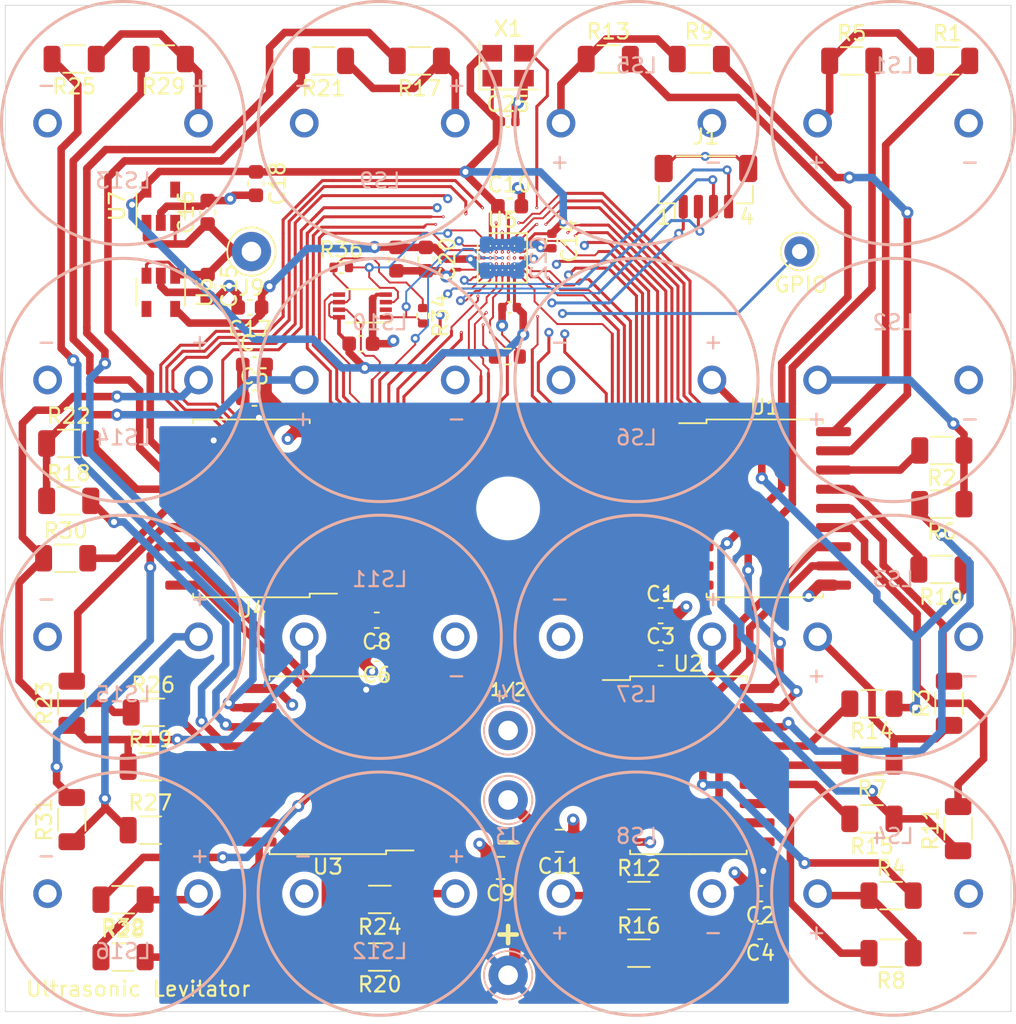
<source format=kicad_pcb>
(kicad_pcb (version 20211014) (generator pcbnew)
  (layers (0 "F.Cu" signal) (1 "In1.Cu" signal) (2 "In2.Cu" signal) (31 "B.Cu" signal) (34 "B.Paste" user) (35 "F.Paste" user) (36 "B.SilkS" user "B.Silkscreen") (37 "F.SilkS" user "F.Silkscreen") (38 "B.Mask" user) (39 "F.Mask" user) (44 "Edge.Cuts" user))
  (net 0 "")
  (net 1 "GND")
  (net 2 "VCC")
  (net 3 "/T16-")
  (net 4 "/T15-")
  (net 5 "/T14-")
  (net 6 "/T13-")
  (net 7 "/T12-")
  (net 8 "/T11-")
  (net 9 "/T10-")
  (net 10 "/T9-")
  (net 11 "/T16+")
  (net 12 "/T15+")
  (net 13 "/T14+")
  (net 14 "/T13+")
  (net 15 "/T12+")
  (net 16 "/T11+")
  (net 17 "/T10+")
  (net 18 "/T9+")
  (net 19 "/T8-")
  (net 20 "/T7-")
  (net 21 "/T6-")
  (net 22 "/T5-")
  (net 23 "/T4-")
  (net 24 "/T3-")
  (net 25 "/T2-")
  (net 26 "/T1-")
  (net 27 "/T8+")
  (net 28 "/T7+")
  (net 29 "/T6+")
  (net 30 "/T5+")
  (net 31 "/T4+")
  (net 32 "/T3+")
  (net 33 "/T2+")
  (net 34 "/T1+")
  (net 35 "Net-(LS1-Pad1)")
  (net 36 "Net-(LS2-Pad1)")
  (net 37 "Net-(LS3-Pad1)")
  (net 38 "Net-(LS4-Pad1)")
  (net 39 "Net-(LS5-Pad1)")
  (net 40 "Net-(LS6-Pad1)")
  (net 41 "Net-(LS7-Pad1)")
  (net 42 "Net-(LS8-Pad1)")
  (net 43 "Net-(LS9-Pad1)")
  (net 44 "Net-(LS10-Pad1)")
  (net 45 "Net-(LS11-Pad1)")
  (net 46 "Net-(LS12-Pad1)")
  (net 47 "Net-(LS13-Pad1)")
  (net 48 "Net-(LS14-Pad1)")
  (net 49 "Net-(LS15-Pad1)")
  (net 50 "Net-(LS16-Pad1)")
  (net 51 "Net-(R1-Pad2)")
  (net 52 "Net-(R2-Pad2)")
  (net 53 "Net-(R3-Pad2)")
  (net 54 "Net-(R4-Pad2)")
  (net 55 "Net-(R5-Pad2)")
  (net 56 "Net-(R6-Pad2)")
  (net 57 "Net-(R7-Pad2)")
  (net 58 "Net-(R8-Pad2)")
  (net 59 "Net-(R9-Pad2)")
  (net 60 "Net-(R10-Pad2)")
  (net 61 "Net-(R11-Pad2)")
  (net 62 "Net-(R12-Pad2)")
  (net 63 "Net-(R13-Pad2)")
  (net 64 "Net-(R14-Pad2)")
  (net 65 "Net-(R15-Pad2)")
  (net 66 "Net-(R16-Pad2)")
  (net 67 "Net-(R17-Pad2)")
  (net 68 "Net-(R18-Pad2)")
  (net 69 "Net-(R19-Pad2)")
  (net 70 "Net-(R20-Pad2)")
  (net 71 "Net-(R21-Pad2)")
  (net 72 "Net-(R22-Pad2)")
  (net 73 "Net-(R23-Pad2)")
  (net 74 "Net-(R24-Pad2)")
  (net 75 "Net-(R25-Pad2)")
  (net 76 "Net-(R26-Pad2)")
  (net 77 "Net-(R27-Pad2)")
  (net 78 "Net-(R28-Pad2)")
  (net 79 "Net-(R29-Pad2)")
  (net 80 "Net-(R30-Pad2)")
  (net 81 "Net-(R31-Pad2)")
  (net 82 "Net-(R32-Pad2)")
  (net 83 "/VMID")
  (net 84 "/V_3.3")
  (net 85 "/V_5")
  (net 86 "/V_1.2")
  (net 87 "/GPIO_1")
  (net 88 "/SCK")
  (net 89 "/SPI_SS")
  (net 90 "/SPI_SI")
  (net 91 "/SYNC")
  (net 92 "/T10+_OD")
  (net 93 "/T16-_OD")
  (net 94 "/CLK")
  (net 98 "/JTAGENB")
  (footprint "Capacitor_SMD:C_0603_1608Metric" (layer "F.Cu") (at 142.2 151 180)
    (fp_text reference "C2")
    (fp_text value "100nF")
  )
  (footprint "Capacitor_SMD:C_0603_1608Metric" (layer "F.Cu") (at 135.6 135.4)
    (fp_text reference "C3")
    (fp_text value "1uF")
  )
  (footprint "Capacitor_SMD:C_0603_1608Metric" (layer "F.Cu") (at 142.2 153.5 180)
    (fp_text reference "C4")
    (fp_text value "1uF")
  )
  (footprint "Capacitor_SMD:C_0603_1608Metric" (layer "F.Cu") (at 116.8 135.1 180)
    (fp_text reference "C6")
    (fp_text value "100nF")
  )
  (footprint "Capacitor_SMD:C_0603_1608Metric" (layer "F.Cu") (at 108.7 116)
    (fp_text reference "C7")
    (fp_text value "1uF")
  )
  (footprint "Resistor_SMD:R_1206_3216Metric" (layer "F.Cu") (at 154.6075 95.88)
    (fp_text reference "R1")
    (fp_text value "50")
  )
  (footprint "Resistor_SMD:R_1206_3216Metric" (layer "F.Cu") (at 138.1625 95.758)
    (fp_text reference "R9")
    (fp_text value "50")
  )
  (footprint "Resistor_SMD:R_1206_3216Metric" (layer "F.Cu") (at 154.226 121.666 180)
    (fp_text reference "R2")
    (fp_text value "50")
  )
  (footprint "Resistor_SMD:R_1206_3216Metric" (layer "F.Cu") (at 154.1645 129.54 180)
    (fp_text reference "R10")
    (fp_text value "50")
  )
  (footprint "Resistor_SMD:R_1206_3216Metric" (layer "F.Cu") (at 154.7 138.4 90)
    (fp_text reference "R3")
    (fp_text value "50")
  )
  (footprint "Resistor_SMD:R_1206_3216Metric" (layer "F.Cu") (at 150.8625 151.13)
    (fp_text reference "R4")
    (fp_text value "50")
  )
  (footprint "Resistor_SMD:R_1206_3216Metric" (layer "F.Cu") (at 134.16 151.13)
    (fp_text reference "R12")
    (fp_text value "50")
  )
  (footprint "Resistor_SMD:R_1206_3216Metric" (layer "F.Cu") (at 148.2575 95.88)
    (fp_text reference "R5")
    (fp_text value "50")
  )
  (footprint "Resistor_SMD:R_1206_3216Metric" (layer "F.Cu") (at 154.226 125.222 180)
    (fp_text reference "R6")
    (fp_text value "50")
  )
  (footprint "Resistor_SMD:R_1206_3216Metric" (layer "F.Cu") (at 150.8625 154.94 180)
    (fp_text reference "R8")
    (fp_text value "50")
  )
  (footprint "Resistor_SMD:R_1206_3216Metric" (layer "F.Cu") (at 132.1325 95.758)
    (fp_text reference "R13")
    (fp_text value "50")
  )
  (footprint "Resistor_SMD:R_1206_3216Metric" (layer "F.Cu") (at 149.5925 138.43 180)
    (fp_text reference "R14")
    (fp_text value "50")
  )
  (footprint "Resistor_SMD:R_1206_3216Metric" (layer "F.Cu") (at 149.5925 146.05 180)
    (fp_text reference "R15")
    (fp_text value "50")
  )
  (footprint "Resistor_SMD:R_1206_3216Metric" (layer "F.Cu") (at 134.16 154.94)
    (fp_text reference "R16")
    (fp_text value "50")
  )
  (footprint "Resistor_SMD:R_1206_3216Metric" (layer "F.Cu") (at 119.6205 95.88 180)
    (fp_text reference "R17")
    (fp_text value "50")
  )
  (footprint "Resistor_SMD:R_1206_3216Metric" (layer "F.Cu") (at 96.4 125)
    (fp_text reference "R18")
    (fp_text value "50")
  )
  (footprint "Resistor_SMD:R_1206_3216Metric" (layer "F.Cu") (at 101.8 142.6)
    (fp_text reference "R19")
    (fp_text value "50")
  )
  (footprint "Resistor_SMD:R_1206_3216Metric" (layer "F.Cu") (at 117 155.194 180)
    (fp_text reference "R20")
    (fp_text value "50")
  )
  (footprint "Resistor_SMD:R_1206_3216Metric" (layer "F.Cu") (at 113.2705 95.88 180)
    (fp_text reference "R21")
    (fp_text value "50")
  )
  (footprint "Resistor_SMD:R_1206_3216Metric" (layer "F.Cu") (at 96.6 138.4 90)
    (fp_text reference "R23")
    (fp_text value "50")
  )
  (footprint "Resistor_SMD:R_1206_3216Metric" (layer "F.Cu") (at 117 151.384 180)
    (fp_text reference "R24")
    (fp_text value "50")
  )
  (footprint "Resistor_SMD:R_1206_3216Metric" (layer "F.Cu") (at 96.7605 95.758 180)
    (fp_text reference "R25")
    (fp_text value "50")
  )
  (footprint "Resistor_SMD:R_1206_3216Metric" (layer "F.Cu") (at 102 139)
    (fp_text reference "R26")
    (fp_text value "50")
  )
  (footprint "Resistor_SMD:R_1206_3216Metric" (layer "F.Cu") (at 100 155.2)
    (fp_text reference "R28")
    (fp_text value "50")
  )
  (footprint "Resistor_SMD:R_1206_3216Metric" (layer "F.Cu") (at 96.2 128.8)
    (fp_text reference "R30")
    (fp_text value "50")
  )
  (footprint "Resistor_SMD:R_1206_3216Metric" (layer "F.Cu") (at 96.6 146.1 90)
    (fp_text reference "R31")
    (fp_text value "50")
  )
  (footprint "Resistor_SMD:R_1206_3216Metric" (layer "F.Cu") (at 100 151.4 180)
    (fp_text reference "R32")
    (fp_text value "50")
  )
  (footprint "Ultrasonic Emitters:SOIC-18W_7.5x11.6mm_P1.27mm_Weird" (layer "F.Cu") (at 137.44 142.5)
    (fp_text reference "U2")
    (fp_text value "XL62083")
  )
  (footprint "Ultrasonic Emitters:SOIC-18W_7.5x11.6mm_P1.27mm_Weird" (layer "F.Cu") (at 113.56 142.5 180)
    (fp_text reference "U3")
    (fp_text value "XL62783")
  )
  (footprint "Ultrasonic Emitters:SOIC-18W_7.5x11.6mm_P1.27mm_Weird" (layer "F.Cu") (at 108.5 125.5 180)
    (fp_text reference "U4")
    (fp_text value "XL62083")
  )
  (footprint "Resistor_SMD:R_1206_3216Metric" (layer "F.Cu") (at 102.664 95.758 180)
    (fp_text reference "R29")
    (fp_text value "50")
  )
  (footprint "Capacitor_SMD:C_0603_1608Metric" (layer "F.Cu") (at 108.7 118.2)
    (fp_text reference "C5")
    (fp_text value "100nF")
  )
  (footprint "Capacitor_SMD:C_0603_1608Metric" (layer "F.Cu") (at 135.6 132.6)
    (fp_text reference "C1")
    (fp_text value "100nF")
  )
  (footprint "Resistor_SMD:R_1206_3216Metric" (layer "F.Cu") (at 149.5925 142.24 180)
    (fp_text reference "R7")
    (fp_text value "50")
  )
  (footprint "Resistor_SMD:R_1206_3216Metric" (layer "F.Cu") (at 101.8 146.8)
    (fp_text reference "R27")
    (fp_text value "50")
  )
  (footprint "Resistor_SMD:R_1206_3216Metric" (layer "F.Cu") (at 96.4 121.2)
    (fp_text reference "R22")
    (fp_text value "50")
  )
  (footprint "Capacitor_SMD:C_0603_1608Metric" (layer "F.Cu") (at 116.8 132.9 180)
    (fp_text reference "C8")
    (fp_text value "1uF")
  )
  (footprint "Resistor_SMD:R_1206_3216Metric" (layer "F.Cu") (at 155.3 146.7 90)
    (fp_text reference "R11")
    (fp_text value "50")
  )
  (footprint "Capacitor_SMD:C_0603_1608Metric" (layer "F.Cu") (at 125.6 105.5)
    (fp_text reference "C10")
    (fp_text value "100nF")
  )
  (footprint "Capacitor_SMD:C_0402_1005Metric" (layer "F.Cu") (at 125.6 112.2 180)
    (fp_text reference "C12" hide)
    (fp_text value "10nF")
  )
  (footprint "Capacitor_SMD:C_0402_1005Metric" (layer "F.Cu") (at 128.4 107.8 -90)
    (fp_text reference "C14")
    (fp_text value "10nF")
  )
  (footprint "Capacitor_SMD:C_0603_1608Metric" (layer "F.Cu") (at 105.6 110.8 -90)
    (fp_text reference "C15")
    (fp_text value "1uF")
  )
  (footprint "Capacitor_SMD:C_0603_1608Metric" (layer "F.Cu") (at 105.6 105.9 90)
    (fp_text reference "C16")
    (fp_text value "1uF")
  )
  (footprint "Capacitor_SMD:C_0603_1608Metric" (layer "F.Cu") (at 108.8 104 -90)
    (fp_text reference "C18")
    (fp_text value "1uF")
  )
  (footprint "Connector_Pin:Pin_D1.0mm_L10.0mm" (layer "F.Cu") (at 144.8 108.5)
    (fp_text reference "J6" hide)
    (fp_text value "Conn_01x01")
  )
  (footprint "Connector_Pin:Pin_D1.3mm_L11.0mm" (layer "F.Cu") (at 108.5 108.5)
    (fp_text reference "J9")
    (fp_text value "Conn_01x01")
  )
  (footprint "Package_TO_SOT_SMD:SOT-23-5" (layer "F.Cu") (at 102.5 111.2 -90)
    (fp_text reference "U6")
    (fp_text value "MIC5504-1.2YM5")
  )
  (footprint "Package_TO_SOT_SMD:SOT-23-5" (layer "F.Cu") (at 102.5 105.5 90)
    (fp_text reference "U7")
    (fp_text value "MIC5504-3.3YM5")
  )
  (footprint "Capacitor_SMD:C_0603_1608Metric" (layer "F.Cu") (at 120.05 109 -90)
    (fp_text reference "C20")
    (fp_text value "100nF")
  )
  (footprint "Capacitor_SMD:C_0805_2012Metric" (layer "F.Cu") (at 125 149.3 180)
    (fp_text reference "C9")
    (fp_text value "10uF")
  )
  (footprint "Capacitor_SMD:C_0805_2012Metric" (layer "F.Cu") (at 128.9 147.5 180)
    (fp_text reference "C11")
    (fp_text value "10uF")
  )
  (footprint "Capacitor_SMD:C_0603_1608Metric" (layer "F.Cu") (at 115.75 114.6)
    (fp_text reference "C13" hide)
    (fp_text value "100nF")
  )
  (footprint "Capacitor_SMD:C_0402_1005Metric" (layer "F.Cu") (at 125.5 99.9)
    (fp_text reference "C25")
    (fp_text value "10nF")
  )
  (footprint "Package_SO:VSSOP-8_2.3x2mm_P0.5mm" (layer "F.Cu") (at 115.85 112.1 180)
    (fp_text reference "U8" hide)
    (fp_text value "74LVC3G34")
  )
  (footprint "Oscillator:Oscillator_SMD_Abracon_ASE-4Pin_3.2x2.5mm" (layer "F.Cu") (at 125.5 96.2)
    (fp_text reference "X1")
    (fp_text value "S3D10.000000B20F30T")
  )
  (footprint "Ultrasonic Emitters:SOIC-18W_7.5x11.6mm_P1.27mm_Weird" (layer "F.Cu") (at 142.5 125.5)
    (fp_text reference "U1")
    (fp_text value "XL62783")
  )
  (footprint "Resistor_SMD:R_0402_1005Metric" (layer "F.Cu") (at 119.85 112.75 -90)
    (fp_text reference "R34")
    (fp_text value "4.7k")
  )
  (footprint "Resistor_SMD:R_0402_1005Metric" (layer "F.Cu") (at 114.45 109.55)
    (fp_text reference "R36")
    (fp_text value "4.7k")
  )
  (footprint "Capacitor_SMD:C_0603_1608Metric" (layer "F.Cu") (at 118.1 109 -90)
    (fp_text reference "C19" hide)
    (fp_text value "1uF")
  )
  (footprint "Capacitor_SMD:C_0603_1608Metric" (layer "F.Cu") (at 108.4 112.2 180)
    (fp_text reference "C17")
    (fp_text value "1uF")
  )
  (footprint "Connector_JST:JST_SH_BM04B-SRSS-TB_1x04-1MP_P1.00mm_Vertical" (layer "F.Cu") (at 138.6 104.2)
    (fp_text reference "J1")
    (fp_text value "Conn_01x04_MountingPin")
  )
  (footprint "Package_CSP:ST_WLCSP-49_Die433" (layer "F.Cu") (at 125.12 108.92)
    (fp_text reference "U5")
    (fp_text value "LCMXO3L-2100E-5UWG49")
  )
  (footprint "Resistor_SMD:R_0603_1608Metric" (layer "F.Cu") (at 125.45 115.45)
    (fp_text reference "R33" hide)
    (fp_text value "10k")
  )
  (footprint "Connector_Pin:Pin_D1.3mm_L11.0mm" (layer "B.Cu") (at 125.5 156.4 180)
    (fp_text reference "J2" hide)
    (fp_text value "Conn_01x01")
  )
  (footprint "Connector_Pin:Pin_D1.3mm_L11.0mm" (layer "B.Cu") (at 125.5 144.8 180)
    (fp_text reference "J3")
    (fp_text value "Conn_01x01")
  )
  (footprint "Ultrasonic Emitters:Ultrasonic_Transducer_T40-16" (layer "B.Cu") (at 134 100 180)
    (fp_text reference "LS5")
    (fp_text value "Speaker_Ultrasound" hide)
  )
  (footprint "Ultrasonic Emitters:Ultrasonic_Transducer_T40-16" (layer "B.Cu") (at 151 117 180)
    (fp_text reference "LS2")
    (fp_text value "Speaker_Ultrasound" hide)
  )
  (footprint "Ultrasonic Emitters:Ultrasonic_Transducer_T40-16" (layer "B.Cu") (at 134 134)
    (fp_text reference "LS7")
    (fp_text value "Speaker_Ultrasound" hide)
  )
  (footprint "Ultrasonic Emitters:Ultrasonic_Transducer_T40-16" (layer "B.Cu") (at 134 151 180)
    (fp_text reference "LS8")
    (fp_text value "Speaker_Ultrasound" hide)
  )
  (footprint "Ultrasonic Emitters:Ultrasonic_Transducer_T40-16" (layer "B.Cu") (at 100 100)
    (fp_text reference "LS13")
    (fp_text value "Speaker_Ultrasound" hide)
  )
  (footprint "Ultrasonic Emitters:Ultrasonic_Transducer_T40-16" (layer "B.Cu") (at 117 117 180)
    (fp_text reference "LS10")
    (fp_text value "Speaker_Ultrasound" hide)
  )
  (footprint "Ultrasonic Emitters:Ultrasonic_Transducer_T40-16" (layer "B.Cu") (at 100 117)
    (fp_text reference "LS14")
    (fp_text value "Speaker_Ultrasound" hide)
  )
  (footprint "Ultrasonic Emitters:Ultrasonic_Transducer_T40-16" (layer "B.Cu") (at 117 134 180)
    (fp_text reference "LS11")
    (fp_text value "Speaker_Ultrasound" hide)
  )
  (footprint "Ultrasonic Emitters:Ultrasonic_Transducer_T40-16" (layer "B.Cu") (at 100 134)
    (fp_text reference "LS15")
    (fp_text value "Speaker_Ultrasound" hide)
  )
  (footprint "Ultrasonic Emitters:Ultrasonic_Transducer_T40-16" (layer "B.Cu") (at 117 151)
    (fp_text reference "LS12")
    (fp_text value "Speaker_Ultrasound" hide)
  )
  (footprint "Ultrasonic Emitters:Ultrasonic_Transducer_T40-16" (layer "B.Cu") (at 100 151)
    (fp_text reference "LS16")
    (fp_text value "Speaker_Ultrasound" hide)
  )
  (footprint "Ultrasonic Emitters:Ultrasonic_Transducer_T40-16" (layer "B.Cu") (at 151 151 180)
    (fp_text reference "LS4")
    (fp_text value "Speaker_Ultrasound" hide)
  )
  (footprint "Ultrasonic Emitters:Ultrasonic_Transducer_T40-16" (layer "B.Cu") (at 151 134 180)
    (fp_text reference "LS3")
    (fp_text value "Speaker_Ultrasound" hide)
  )
  (footprint "Ultrasonic Emitters:Ultrasonic_Transducer_T40-16" (layer "B.Cu") (at 151 100 180)
    (fp_text reference "LS1")
    (fp_text value "Speaker_Ultrasound" hide)
  )
  (footprint "Connector_Pin:Pin_D1.3mm_L11.0mm" (layer "B.Cu") (at 125.5 140.2)
    (fp_text reference "J4")
    (fp_text value "Conn_01x01")
  )
  (footprint "MountingHole:MountingHole_3.2mm_M3" (layer "B.Cu") (at 125.5 125.5 180)
    (fp_text reference "REF**" hide)
    (fp_text value "MountingHole_3.2mm_M3")
  )
  (footprint "Capacitor_SMD:C_0603_1608Metric_Pad1.08x0.95mm_HandSolder" (layer "B.Cu") (at 124.1 108.9 90)
    (fp_text reference "C21" hide)
    (fp_text value "10nF")
  )
  (footprint "Ultrasonic Emitters:Ultrasonic_Transducer_T40-16" (layer "B.Cu") (at 117 100)
    (fp_text reference "LS9")
    (fp_text value "Speaker_Ultrasound" hide)
  )
  (footprint "Ultrasonic Emitters:Ultrasonic_Transducer_T40-16" (layer "B.Cu") (at 134 117)
    (fp_text reference "LS6")
    (fp_text value "Speaker_Ultrasound" hide)
  )
  (footprint "Capacitor_SMD:C_0603_1608Metric_Pad1.08x0.95mm_HandSolder" (layer "B.Cu") (at 126.1 108.9 90)
    (fp_text reference "C22")
    (fp_text value "1nF")
  )
  (gr_line (start 92.2 92.2) (end 158.8 92.2) (layer "Edge.Cuts") (width 0.05))
  (gr_line (start 158.8 158.8) (end 92.2 158.8) (layer "Edge.Cuts") (width 0.05))
  (gr_line (start 92.2 158.8) (end 92.2 92.2) (layer "Edge.Cuts") (width 0.05))
  (gr_line (start 158.8 92.2) (end 158.8 158.8) (layer "Edge.Cuts") (width 0.05))
  (gr_text "4" (at 141.3 106.2) (layer "F.SilkS") (effects (font (size 1 1))))
  (gr_text "GPIO" (at 144.9 110.7) (layer "F.SilkS") (effects (font (size 1 1))))
  (gr_text "-" (at 125.5 147.5) (layer "F.SilkS") (effects (font (size 1.5 1.5) (thickness 0.3))))
  (gr_text "1/2" (at 125.5 137.5) (layer "F.SilkS") (effects (font (size 0.8 0.8))))
  (gr_text "Ultrasonic Levitator" (at 101 157.3) (layer "F.SilkS") (effects (font (size 1 1))))
  (gr_text "+" (at 125.5 153.6) (layer "F.SilkS") (effects (font (size 1.5 1.5) (thickness 0.3))))
  (gr_text "1" (at 135.8 106.2) (layer "F.SilkS") (effects (font (size 1 1))))
  (segment (start 136.7 132.6) (end 137.3 132) (width 0.75) (layer "F.Cu") (net 1))
  (segment (start 107.625 112.2) (end 107.625 111.365046) (width 0.5) (layer "F.Cu") (net 1))
  (segment (start 109.7 118.2) (end 111.92 120.42) (width 0.75) (layer "F.Cu") (net 1))
  (segment (start 125.52 111.42) (end 125.52 111.805) (width 0.2) (layer "F.Cu") (net 1))
  (segment (start 126.55 98.25) (end 126.15 98.65) (width 0.5) (layer "F.Cu") (net 1))
  (segment (start 118.1 109.775) (end 120.05 109.775) (width 0.5) (layer "F.Cu") (net 1))
  (segment (start 123.92 109.32) (end 123.73 109.32) (width 0.127) (layer "F.Cu") (net 1))
  (segment (start 116.525 114.6) (end 117.7 114.6) (width 0.5) (layer "F.Cu") (net 1))
  (segment (start 125.1 113.2) (end 125.1 112.22) (width 0.5) (layer "F.Cu") (net 1))
  (segment (start 110.12 137.42) (end 111.2 138.5) (width 0.5) (layer "F.Cu") (net 1))
  (segment (start 126.55 97.025) (end 126.55 98.25) (width 0.5) (layer "F.Cu") (net 1))
  (segment (start 125.1 112.22) (end 125.12 112.2) (width 0.5) (layer "F.Cu") (net 1))
  (segment (start 106.975 105.125) (end 107.1 105) (width 0.5) (layer "F.Cu") (net 1))
  (segment (start 126.375 104.525) (end 126.15 104.3) (width 0.5) (layer "F.Cu") (net 1))
  (segment (start 105.6 111.575) (end 106.225 111.575) (width 0.5) (layer "F.Cu") (net 1))
  (segment (start 121.025 109.775) (end 121.4 110.15) (width 0.5) (layer "F.Cu") (net 1))
  (segment (start 125.1 113.2) (end 125.1 113.4) (width 0.5) (layer "F.Cu") (net 1))
  (segment (start 132.89 147.58) (end 134.88 147.58) (width 0.5) (layer "F.Cu") (net 1))
  (segment (start 141.425 151) (end 141.425 150.525) (width 0.75) (layer "F.Cu") (net 1))
  (segment (start 136.375 135.4) (end 136.375 132.6) (width 0.75) (layer "F.Cu") (net 1))
  (segment (start 125.1 114) (end 125.1 113.4) (width 0.127) (layer "F.Cu") (net 1))
  (segment (start 105.225 105.5) (end 105.6 105.125) (width 0.5) (layer "F.Cu") (net 1))
  (segment (start 125.12 107.22) (end 125.1 107.2) (width 0.2) (layer "F.Cu") (net 1))
  (segment (start 116.525 114.6) (end 116.525 111.625) (width 0.5) (layer "F.Cu") (net 1))
  (segment (start 127.95 147.25) (end 125.5 144.8) (width 0.75) (layer "F.Cu") (net 1))
  (segment (start 108.8 104.775) (end 107.325 104.775) (width 0.5) (layer "F.Cu") (net 1))
  (segment (start 107.325 104.775) (end 107.1 105) (width 0.5) (layer "F.Cu") (net 1))
  (segment (start 111.38 120.42) (end 111.92 120.42) (width 0.75) (layer "F.Cu") (net 1))
  (segment (start 117.7 114.6) (end 117.9 114.4) (width 0.5) (layer "F.Cu") (net 1))
  (segment (start 117.4 111.35) (end 116.8 111.35) (width 0.25) (layer "F.Cu") (net 1))
  (segment (start 116.525 111.625) (end 116.55 111.6) (width 0.5) (layer "F.Cu") (net 1))
  (segment (start 102.9 111.2) (end 105.225 111.2) (width 0.5) (layer "F.Cu") (net 1))
  (segment (start 105.225 111.2) (end 105.6 111.575) (width 0.5) (layer "F.Cu") (net 1))
  (segment (start 125.92 108.92) (end 125.925 108.925) (width 0.127) (layer "F.Cu") (net 1))
  (segment (start 136.375 132.6) (end 136.7 132.6) (width 0.75) (layer "F.Cu") (net 1))
  (segment (start 141.425 153.5) (end 141.425 151) (width 0.75) (layer "F.Cu") (net 1))
  (segment (start 128.4 108.28) (end 127.68 108.28) (width 0.5) (layer "F.Cu") (net 1))
  (segment (start 125.98 99.9) (end 125.98 98.82) (width 0.5) (layer "F.Cu") (net 1))
  (segment (start 102.5 110.1) (end 102.5 110.8) (width 0.5) (layer "F.Cu") (net 1))
  (segment (start 126.375 105.5) (end 126.375 104.525) (width 0.5) (layer "F.Cu") (net 1))
  (segment (start 141.425 150.525) (end 140.5 149.6) (width 0.75) (layer "F.Cu") (net 1))
  (segment (start 125.52 111.8) (end 125.12 112.2) (width 0.2) (layer "F.Cu") (net 1))
  (segment (start 126.275 115.175) (end 125.1 114) (width 0.127) (layer "F.Cu") (net 1))
  (segment (start 109.475 116) (end 109.475 118.2) (width 0.75) (layer "F.Cu") (net 1))
  (segment (start 106.225 111.575) (end 107.029977 110.770023) (width 0.5) (layer "F.Cu") (net 1))
  (segment (start 107.625 111.365046) (end 107.029977 110.770023) (width 0.5) (layer "F.Cu") (net 1))
  (segment (start 121.85 109.7) (end 122.3 109.7) (width 0.25) (layer "F.Cu") (net 1))
  (segment (start 102.9 105.5) (end 105.225 105.5) (width 0.5) (layer "F.Cu") (net 1))
  (segment (start 125.12 107.72) (end 125.12 107.22) (width 0.2) (layer "F.Cu") (net 1))
  (segment (start 147.05 130.58) (end 146.12 130.58) (width 0.75) (layer "F.Cu") (net 1))
  (segment (start 140.6 102.2) (end 141.4 103) (width 0.2) (layer "F.Cu") (net 1))
  (segment (start 134.88 147.58) (end 134.9 147.6) (width 0.5) (layer "F.Cu") (net 1))
  (segment (start 125.98 98.82) (end 126.15 98.65) (width 0.5) (layer "F.Cu") (net 1))
  (segment (start 113.05 120.42) (end 111.38 120.42) (width 0.75) (layer "F.Cu") (net 1))
  (segment (start 136.6 102.2) (end 138.55 102.2) (width 0.2) (layer "F.Cu") (net 1))
  (segment (start 116.025 135.1) (end 116.025 135.825) (width 0.75) (layer "F.Cu") (net 1))
  (segment (start 102.5 106.6) (end 102.5 105.9) (width 0.5) (layer "F.Cu") (net 1))
  (segment (start 116.025 132.9) (end 116.025 135.1) (width 0.75) (layer "F.Cu") (net 1))
  (segment (start 123.35 109.7) (end 122.3 109.7) (width 0.127) (layer "F.Cu") (net 1))
  (segment (start 125.52 111.42) (end 125.52 111.8) (width 0.2) (layer "F.Cu") (net 1))
  (segment (start 146.12 130.58) (end 145.4 131.3) (width 0.75) (layer "F.Cu") (net 1))
  (segment (start 116.025 135.825) (end 116.5 136.3) (width 0.75) (layer "F.Cu") (net 1))
  (segment (start 135.8 103) (end 136.6 102.2) (width 0.2) (layer "F.Cu") (net 1))
  (segment (start 111.38 120.42) (end 110.9 120.9) (width 0.75) (layer "F.Cu") (net 1))
  (segment (start 126.275 115.45) (end 126.275 115.175) (width 0.127) (layer "F.Cu") (net 1))
  (segment (start 121.85 109.7) (end 121.4 110.15) (width 0.25) (layer "F.Cu") (net 1))
  (segment (start 138.55 102.2) (end 140.6 102.2) (width 0.2) (layer "F.Cu") (net 1))
  (segment (start 105.6 105.125) (end 106.975 105.125) (width 0.5) (layer "F.Cu") (net 1))
  (segment (start 102.5 105.9) (end 102.9 105.5) (width 0.5) (layer "F.Cu") (net 1))
  (segment (start 109.475 118.2) (end 109.7 118.2) (width 0.75) (layer "F.Cu") (net 1))
  (segment (start 120.05 109.775) (end 121.025 109.775) (width 0.5) (layer "F.Cu") (net 1))
  (segment (start 125.52 110.12) (end 125.52 111.42) (width 0.2) (layer "F.Cu") (net 1))
  (segment (start 109.01 137.42) (end 110.12 137.42) (width 0.5) (layer "F.Cu") (net 1))
  (segment (start 116.8 111.35) (end 116.525 111.625) (width 0.25) (layer "F.Cu") (net 1))
  (segment (start 127.68 108.28) (end 127.65 108.25) (width 0.2) (layer "F.Cu") (net 1))
  (segment (start 102.5 110.8) (end 102.9 111.2) (width 0.5) (layer "F.Cu") (net 1))
  (segment (start 123.73 109.32) (end 123.35 109.7) (width 0.127) (layer "F.Cu") (net 1))
  (segment (start 111.92 120.42) (end 113.05 120.42) (width 0.75) (layer "F.Cu") (net 1))
  (segment (start 127.95 147.5) (end 127.95 147.25) (width 0.75) (layer "F.Cu") (net 1))
  (via (at 140.5 149.6) (size 0.8) (drill 0.4) (layers "F.Cu" "B.Cu") (net 1))
  (via (at 126.15 104.3) (size 0.8) (drill 0.4) (layers "F.Cu" "B.Cu") (net 1))
  (via (at 138.55 102.2) (size 0.6) (drill 0.3) (layers "F.Cu" "B.Cu") (net 1))
  (via (at 107.029977 110.770023) (size 0.8) (drill 0.4) (layers "F.Cu" "B.Cu") (net 1))
  (via (at 145.4 131.3) (size 0.8) (drill 0.4) (layers "F.Cu" "B.Cu") (net 1))
  (via micro (at 125.1 107.2) (size 0.2) (drill 0.1) (layers "F.Cu" "In1.Cu") (net 1))
  (via (at 127.65 108.25) (size 0.6) (drill 0.3) (layers "F.Cu" "B.Cu") (net 1))
  (via (at 125.1 113.4) (size 0.8) (drill 0.4) (layers "F.Cu" "B.Cu") (net 1))
  (via (at 116.5 136.3) (size 0.8) (drill 0.4) (layers "F.Cu" "B.Cu") (net 1))
  (via (at 107.1 105) (size 0.8) (drill 0.4) (layers "F.Cu" "B.Cu") (net 1))
  (via (at 134.9 147.6) (size 0.8) (drill 0.4) (layers "F.Cu" "B.Cu") (net 1))
  (via (at 117.9 114.4) (size 0.8) (drill 0.4) (layers "F.Cu" "B.Cu") (net 1))
  (via (at 137.3 132) (size 0.8) (drill 0.4) (layers "F.Cu" "B.Cu") (net 1))
  (via (at 110.9 120.9) (size 0.8) (drill 0.4) (layers "F.Cu" "B.Cu") (net 1))
  (via micro (at 125.925 108.925) (size 0.2) (drill 0.1) (layers "F.Cu" "In1.Cu") (net 1))
  (via (at 121.4 110.15) (size 0.8) (drill 0.4) (layers "F.Cu" "B.Cu") (net 1))
  (via (at 126.15 98.65) (size 0.8) (drill 0.4) (layers "F.Cu" "B.Cu") (net 1))
  (via (at 111.2 138.5) (size 0.8) (drill 0.4) (layers "F.Cu" "B.Cu") (net 1))
  (segment (start 124.1 108.0375) (end 126.1 108.0375) (width 0.75) (layer "B.Cu") (net 1))
  (segment (start 126.1 108.0375) (end 127.4375 108.0375) (width 0.5) (layer "B.Cu") (net 1))
  (segment (start 127.4375 108.0375) (end 127.65 108.25) (width 0.5) (layer "B.Cu") (net 1))
  (segment (start 105.42 120.42) (end 106 121) (width 0.5) (layer "F.Cu") (net 2))
  (segment (start 142.975 150.075) (end 142.4 149.5) (width 0.75) (layer "F.Cu") (net 2))
  (segment (start 142.975 153.5) (end 142.975 151) (width 0.75) (layer "F.Cu") (net 2))
  (segment (start 141.99 149.09) (end 142.4 149.5) (width 0.75) (layer "F.Cu") (net 2))
  (segment (start 142.975 151) (end 142.975 150.075) (width 0.75) (layer "F.Cu") (net 2))
  (segment (start 117.575 135.1) (end 117.575 135.275) (width 0.75) (layer "F.Cu") (net 2))
  (segment (start 107.925 118.2) (end 107.925 118.425) (width 0.5) (layer "F.Cu") (net 2))
  (segment (start 118.11 135.81) (end 118.11 137.42) (width 0.75) (layer "F.Cu") (net 2))
  (segment (start 134.825 135.4) (end 134.825 132.6) (width 0.75) (layer "F.Cu") (net 2))
  (segment (start 117.575 132.9) (end 117.575 135.1) (width 0.75) (layer "F.Cu") (net 2))
  (segment (start 107.925 118.425) (end 109 119.5) (width 0.5) (layer "F.Cu") (net 2))
  (segment (start 103.95 120.42) (end 105.42 120.42) (width 0.5) (layer "F.Cu") (net 2))
  (segment (start 134.825 132.375) (end 136.62 130.58) (width 0.75) (layer "F.Cu") (net 2))
  (segment (start 125.95 155.95) (end 125.5 156.4) (width 0.5) (layer "F.Cu") (net 2))
  (segment (start 134.825 132.6) (end 134.825 132.375) (width 0.75) (layer "F.Cu") (net 2))
  (segment (start 136.62 130.58) (end 137.95 130.58) (width 0.75) (layer "F.Cu") (net 2))
  (segment (start 141.99 147.58) (end 141.99 149.09) (width 0.75) (layer "F.Cu") (net 2))
  (segment (start 118.03 137.5) (end 118.11 137.42) (width 0.5) (layer "F.Cu") (net 2))
  (segment (start 117.575 135.275) (end 118.11 135.81) (width 0.75) (layer "F.Cu") (net 2))
  (segment (start 107.925 116) (end 107.925 118.2) (width 0.75) (layer "F.Cu") (net 2))
  (segment (start 116.1 137.5) (end 118.03 137.5) (width 0.5) (layer "F.Cu") (net 2))
  (segment (start 125.95 149.3) (end 125.95 155.95) (width 0.75) (layer "F.Cu") (net 2))
  (via (at 109 119.5) (size 0.8) (drill 0.4) (layers "F.Cu" "B.Cu") (net 2))
  (via (at 116.1 137.5) (size 0.8) (drill 0.4) (layers "F.Cu" "B.Cu") (net 2))
  (via (at 135.95 131.25) (size 0.8) (drill 0.4) (layers "F.Cu" "B.Cu") (net 2))
  (via (at 106 121) (size 0.8) (drill 0.4) (layers "F.Cu" "B.Cu") (net 2))
  (via (at 142.4 149.5) (size 0.8) (drill 0.4) (layers "F.Cu" "B.Cu") (net 2))
  (segment (start 113.75 111.35) (end 113.35 111.75) (width 0.127) (layer "F.Cu") (net 3))
  (segment (start 115.872 128.913) (end 114.205 130.58) (width 0.2) (layer "F.Cu") (net 3))
  (segment (start 113.35 111.75) (end 113.35 114.3) (width 0.127) (layer "F.Cu") (net 3))
  (segment (start 115.025 117.881) (end 115.872 118.728) (width 0.127) (layer "F.Cu") (net 3))
  (segment (start 115.025 115.975) (end 115.025 117.881) (width 0.127) (layer "F.Cu") (net 3))
  (segment (start 115.872 118.728) (end 115.872 128.913) (width 0.2) (layer "F.Cu") (net 3))
  (segment (start 113.35 114.3) (end 115.025 115.975) (width 0.127) (layer "F.Cu") (net 3))
  (segment (start 114.3 111.35) (end 113.75 111.35) (width 0.127) (layer "F.Cu") (net 3))
  (segment (start 114.205 130.58) (end 113.05 130.58) (width 0.2) (layer "F.Cu") (net 3))
  (segment (start 112.59999 107.434311) (end 112.59999 114.69999) (width 0.2) (layer "F.Cu") (net 4))
  (segment (start 112.59999 114.69999) (end 114.15 116.25) (width 0.2) (layer "F.Cu") (net 4))
  (segment (start 114.205 128.04) (end 113.05 128.04) (width 0.2) (layer "F.Cu") (net 4))
  (segment (start 124.32 108.52) (end 124.325 108.525) (width 0.127) (layer "F.Cu") (net 4))
  (segment (start 120.1 106.7) (end 120 106.8) (width 0.127) (layer "F.Cu") (net 4))
  (segment (start 114.15 118.25) (end 115.07198 119.17198) (width 0.2) (layer "F.Cu") (net 4))
  (segment (start 120 106.8) (end 119.912664 106.887336) (width 0.2) (layer "F.Cu") (net 4))
  (segment (start 115.07198 119.17198) (end 115.07198 127.17302) (width 0.2) (layer "F.Cu") (net 4))
  (segment (start 113.146965 106.887336) (end 112.59999 107.434311) (width 0.2) (layer "F.Cu") (net 4))
  (segment (start 114.15 116.25) (end 114.15 118.25) (width 0.2) (layer "F.Cu") (net 4))
  (segment (start 115.07198 127.17302) (end 114.205 128.04) (width 0.2) (layer "F.Cu") (net 4))
  (segment (start 119.912664 106.887336) (end 113.146965 106.887336) (width 0.2) (layer "F.Cu") (net 4))
  (segment (start 120.7 106.7) (end 120.1 106.7) (width 0.127) (layer "F.Cu") (net 4))
  (via micro (at 120.7 106.7) (size 0.2) (drill 0.1) (layers "F.Cu" "In1.Cu") (net 4))
  (via micro (at 124.325 108.525) (size 0.2) (drill 0.1) (layers "F.Cu" "In1.Cu") (net 4))
  (segment (start 106.31717 114.18285) (end 105.40001 115.10001) (width 0.2) (layer "F.Cu") (net 5))
  (segment (start 112.5 105) (end 113.3 104.2) (width 0.2) (layer "F.Cu") (net 5))
  (segment (start 102.89999 116.165708) (end 102.89999 117.765689) (width 0.2) (layer "F.Cu") (net 5))
  (segment (start 107.72 120.754301) (end 107.72 121.896) (width 0.2) (layer "F.Cu") (net 5))
  (segment (start 109.851452 114.18285) (end 106.31717 114.18285) (width 0.2) (layer "F.Cu") (net 5))
  (segment (start 110.99995 113.034352) (end 110.99995 112.80005) (width 0.2) (layer "F.Cu") (net 5))
  (segment (start 104.134301 119) (end 105.965699 119) (width 0.2) (layer "F.Cu") (net 5))
  (segment (start 107.72 121.896) (end 111.324 125.5) (width 0.2) (layer "F.Cu") (net 5))
  (segment (start 111.324 125.5) (end 113.05 125.5) (width 0.2) (layer "F.Cu") (net 5))
  (segment (start 113.3 104.2) (end 114.2 104.2) (width 0.2) (layer "F.Cu") (net 5))
  (segment (start 110.99995 112.80005) (end 110.99995 113.00005) (width 0.2) (layer "F.Cu") (net 5))
  (segment (start 110.99995 106.765648) (end 110.99995 106.50005) (width 0.2) (layer "F.Cu") (net 5))
  (segment (start 105.40001 115.10001) (end 103.965688 115.10001) (width 0.2) (layer "F.Cu") (net 5))
  (segment (start 102.89999 117.765689) (end 104.134301 119) (width 0.2) (layer "F.Cu") (net 5))
  (segment (start 110.99995 106.50005) (end 112.5 105) (width 0.2) (layer "F.Cu") (net 5))
  (segment (start 103.965688 115.10001) (end 102.89999 116.165708) (width 0.2) (layer "F.Cu") (net 5))
  (segment (start 105.965699 119) (end 107.72 120.754301) (width 0.2) (layer "F.Cu") (net 5))
  (segment (start 109.851452 114.18285) (end 110.99995 113.034352) (width 0.2) (layer "F.Cu") (net 5))
  (segment (start 122.7 105.2) (end 122.7 106) (width 0.2) (layer "F.Cu") (net 5))
  (segment (start 114.2 104.2) (end 121.7 104.2) (width 0.2) (layer "F.Cu") (net 5))
  (segment (start 110.99995 106.765648) (end 110.99995 112.80005) (width 0.2) (layer "F.Cu") (net 5))
  (segment (start 121.7 104.2) (end 122.7 105.2) (width 0.2) (layer "F.Cu") (net 5))
  (segment (start 124.72 108.12) (end 124.725 108.125) (width 0.127) (layer "F.Cu") (net 5))
  (via micro (at 124.725 108.125) (size 0.2) (drill 0.1) (layers "F.Cu" "In1.Cu") (net 5))
  (via micro (at 122.7 106) (size 0.2) (drill 0.1) (layers "F.Cu" "In1.Cu") (net 5))
  (segment (start 107.3 115) (end 110.3 115) (width 0.2) (layer "F.Cu") (net 6))
  (segment (start 111.057098 122.96) (end 109.498549 121.401451) (width 0.2) (layer "F.Cu") (net 6))
  (segment (start 111.79997 113.50003) (end 111.79997 107.102933) (width 0.2) (layer "F.Cu") (net 6))
  (segment (start 106.6 115.7) (end 107.3 115) (width 0.2) (layer "F.Cu") (net 6))
  (segment (start 106.6 118.502904) (end 106.6 115.7) (width 0.2) (layer "F.Cu") (net 6))
  (segment (start 111.79997 107.102933) (end 112.815587 106.087316) (width 0.2) (layer "F.Cu") (net 6))
  (segment (start 113.05 122.96) (end 111.057098 122.96) (width 0.2) (layer "F.Cu") (net 6))
  (segment (start 113.3 105.6) (end 120.8 105.6) (width 0.2) (layer "F.Cu") (net 6))
  (segment (start 109.498549 121.401451) (end 109.117689 121.020593) (width 0.2) (layer "F.Cu") (net 6))
  (segment (start 112.815587 106.084413) (end 113.3 105.6) (width 0.2) (layer "F.Cu") (net 6))
  (segment (start 112.815587 106.087316) (end 112.815587 106.084413) (width 0.2) (layer "F.Cu") (net 6))
  (segment (start 124.725 108.525) (end 124.72 108.52) (width 0.127) (layer "F.Cu") (net 6))
  (segment (start 109.117689 121.020593) (end 106.6 118.502904) (width 0.2) (layer "F.Cu") (net 6))
  (segment (start 110.3 115) (end 111.79997 113.50003) (width 0.2) (layer "F.Cu") (net 6))
  (via micro (at 124.72 108.52) (size 0.2) (drill 0.1) (layers "F.Cu" "In2.Cu") (net 6))
  (via (at 120.8 105.6) (size 0.6) (drill 0.3) (layers "F.Cu" "B.Cu") (net 6))
  (segment (start 114.6 118.1) (end 114.6 116.1) (width 0.2) (layer "F.Cu") (net 7))
  (segment (start 115.47199 127.92801) (end 115.47199 118.97199) (width 0.2) (layer "F.Cu") (net 7))
  (segment (start 114.6 116.1) (end 113 114.5) (width 0.2) (layer "F.Cu") (net 7))
  (segment (start 123.808947 108.408947) (end 122.191053 108.408947) (width 0.127) (layer "F.Cu") (net 7))
  (segment (start 121 107.8) (end 120.5 107.3) (width 0.127) (layer "F.Cu") (net 7))
  (segment (start 113.05 129.31) (end 114.09 129.31) (width 0.2) (layer "F.Cu") (net 7))
  (segment (start 121.3 108.1) (end 121 107.8) (width 0.127) (layer "F.Cu") (net 7))
  (segment (start 121.608947 108.408947) (end 121.3 108.1) (width 0.127) (layer "F.Cu") (net 7))
  (segment (start 120.5 107.3) (end 120.15 107.3) (width 0.127) (layer "F.Cu") (net 7))
  (segment (start 113.312654 107.287346) (end 120.137346 107.287346) (width 0.2) (layer "F.Cu") (net 7))
  (segment (start 113 114.5) (end 113 107.6) (width 0.2) (layer "F.Cu") (net 7))
  (segment (start 115.47199 118.97199) (end 114.6 118.1) (width 0.2) (layer "F.Cu") (net 7))
  (segment (start 114.09 129.31) (end 115.47199 127.92801) (width 0.2) (layer "F.Cu") (net 7))
  (segment (start 120.137346 107.287346) (end 120.15 107.3) (width 0.2) (layer "F.Cu") (net 7))
  (segment (start 122.191053 108.408947) (end 121.608947 108.408947) (width 0.127) (layer "F.Cu") (net 7))
  (segment (start 113 107.6) (end 113.312654 107.287346) (width 0.2) (layer "F.Cu") (net 7))
  (segment (start 123.92 108.52) (end 123.808947 108.408947) (width 0.127) (layer "F.Cu") (net 7))
  (segment (start 110.59994 107.3) (end 110.59994 106.40006) (width 0.2) (layer "F.Cu") (net 8))
  (segment (start 104.599992 119.400008) (end 104.6 119.4) (width 0.2) (layer "F.Cu") (net 8))
  (segment (start 103.968611 119.400008) (end 104.599992 119.400008) (width 0.2) (layer "F.Cu") (net 8))
  (segment (start 112.1 104.9) (end 112.6 104.4) (width 0.2) (layer "F.Cu") (net 8))
  (segment (start 124.72 106.62) (end 124.7 106.6) (width 0.127) (layer "F.Cu") (net 8))
  (segment (start 113.2 103.8) (end 113.9 103.8) (width 0.2) (layer "F.Cu") (net 8))
  (segment (start 109.61716 113.78284) (end 110.59994 112.80006) (width 0.2) (layer "F.Cu") (net 8))
  (segment (start 106.15148 113.78284) (end 105.234322 114.7) (width 0.2) (layer "F.Cu") (net 8))
  (segment (start 122 103.8) (end 123.8 105.6) (width 0.2) (layer "F.Cu") (net 8))
  (segment (start 107.1 120.7) (end 107.1 123.1) (width 0.2) (layer "F.Cu") (net 8))
  (segment (start 113.9 103.8) (end 121.8 103.8) (width 0.2) (layer "F.Cu") (net 8))
  (segment (start 104.6 119.4) (end 105.8 119.4) (width 0.2) (layer "F.Cu") (net 8))
  (segment (start 105.234322 114.7) (end 103.799999 114.7) (width 0.2) (layer "F.Cu") (net 8))
  (segment (start 107.1 123.1) (end 107.3 123.3) (width 0.2) (layer "F.Cu") (net 8))
  (segment (start 109.61716 113.78284) (end 106.15148 113.78284) (width 0.2) (layer "F.Cu") (net 8))
  (segment (start 110.59994 112.80006) (end 110.59994 112.50006) (width 0.2) (layer "F.Cu") (net 8))
  (segment (start 110.59994 107.3) (end 110.59994 112.50006) (width 0.2) (layer "F.Cu") (net 8))
  (segment (start 103.65 114.85) (end 102.49998 116.000018) (width 0.2) (layer "F.Cu") (net 8))
  (segment (start 105.8 119.4) (end 107.1 120.7) (width 0.2) (layer "F.Cu") (net 8))
  (segment (start 102.49998 117.931378) (end 103.968611 119.400008) (width 0.2) (layer "F.Cu") (net 8))
  (segment (start 112.6 104.4) (end 113.2 103.8) (width 0.2) (layer "F.Cu") (net 8))
  (segment (start 110.59994 106.40006) (end 112.1 104.9) (width 0.2) (layer "F.Cu") (net 8))
  (segment (start 110.77 126.77) (end 107.3 123.3) (width 0.2) (layer "F.Cu") (net 8))
  (segment (start 113.05 126.77) (end 110.77 126.77) (width 0.2) (layer "F.Cu") (net 8))
  (segment (start 121.8 103.8) (end 122 103.8) (width 0.2) (layer "F.Cu") (net 8))
  (segment (start 102.49998 116.000018) (end 102.49998 117.931378) (width 0.2) (layer "F.Cu") (net 8))
  (segment (start 103.799999 114.7) (end 103.65 114.85) (width 0.2) (layer "F.Cu") (net 8))
  (segment (start 124.72 107.72) (end 124.72 106.62) (width 0.127) (layer "F.Cu") (net 8))
  (via micro (at 124.7 106.6) (size 0.2) (drill 0.1) (layers "F.Cu" "In1.Cu") (net 8))
  (via micro (at 123.8 105.6) (size 0.2) (drill 0.1) (layers "F.Cu" "In1.Cu") (net 8))
  (segment (start 104.29999 118.59999) (end 103.3 117.6) (width 0.2) (layer "F.Cu") (net 9))
  (segment (start 111.39996 113.30004) (end 111.39996 106.59996) (width 0.2) (layer "F.Cu") (net 9))
  (segment (start 103.3 117.6) (end 103.3 116.4) (width 0.2) (layer "F.Cu") (net 9))
  (segment (start 111.761398 124.23) (end 108.815699 121.284301) (width 0.2) (layer "F.Cu") (net 9))
  (segment (start 111.40004 106.59996) (end 113.2 104.8) (width 0.2) (layer "F.Cu") (net 9))
  (segment (start 106.131388 118.59999) (end 104.29999 118.59999) (width 0.2) (layer "F.Cu") (net 9))
  (segment (start 103.3 116.4) (end 104.19998 115.50002) (width 0.2) (layer "F.Cu") (net 9))
  (segment (start 113.05 124.23) (end 111.761398 124.23) (width 0.2) (layer "F.Cu") (net 9))
  (segment (start 106.48286 114.58286) (end 110.11714 114.58286) (width 0.2) (layer "F.Cu") (net 9))
  (segment (start 113.2 104.8) (end 121.3 104.8) (width 0.2) (layer "F.Cu") (net 9))
  (segment (start 105.565699 115.50002) (end 106.48286 114.58286) (width 0.2) (layer "F.Cu") (net 9))
  (segment (start 104.19998 115.50002) (end 105.565699 115.50002) (width 0.2) (layer "F.Cu") (net 9))
  (segment (start 110.11714 114.58286) (end 111.39996 113.30004) (width 0.2) (layer "F.Cu") (net 9))
  (segment (start 125.12 108.52) (end 125.125 108.525) (width 0.127) (layer "F.Cu") (net 9))
  (segment (start 111.39996 106.59996) (end 111.40004 106.59996) (width 0.2) (layer "F.Cu") (net 9))
  (segment (start 121.3 104.8) (end 121.5 105) (width 0.2) (layer "F.Cu") (net 9))
  (segment (start 108.815699 121.284301) (end 106.131388 118.59999) (width 0.2) (layer "F.Cu") (net 9))
  (via micro (at 125.125 108.525) (size 0.2) (drill 0.1) (layers "F.Cu" "In2.Cu") (net 9))
  (via (at 121.5 105) (size 0.6) (drill 0.3) (layers "F.Cu" "B.Cu") (net 9))
  (segment (start 112.19998 114.89998) (end 113.725 116.425) (width 0.2) (layer "F.Cu") (net 10))
  (segment (start 114.41 121.69) (end 113.05 121.69) (width 0.2) (layer "F.Cu") (net 10))
  (segment (start 114.67197 121.42803) (end 114.41 121.69) (width 0.2) (layer "F.Cu") (net 10))
  (segment (start 113.3 106.2) (end 120.4 106.2) (width 0.2) (layer "F.Cu") (net 10))
  (segment (start 112.19998 107.268622) (end 112.19998 107.50002) (width 0.2) (layer "F.Cu") (net 10))
  (segment (start 113.725 116.425) (end 113.725 118.425) (width 0.2) (layer "F.Cu") (net 10))
  (segment (start 124.32 108.12) (end 124.325 108.125) (width 0.127) (layer "F.Cu") (net 10))
  (segment (start 121.2 106.2) (end 120.4 106.2) (width 0.127) (layer "F.Cu") (net 10))
  (segment (start 113.3 106.2) (end 112.19998 107.30002) (width 0.2) (layer "F.Cu") (net 10))
  (segment (start 113.725 118.425) (end 114.67197 119.37197) (width 0.2) (layer "F.Cu") (net 10))
  (segment (start 114.67197 119.37197) (end 114.67197 121.42803) (width 0.2) (layer "F.Cu") (net 10))
  (segment (start 112.19998 107.30002) (end 112.19998 107.50002) (width 0.2) (layer "F.Cu") (net 10))
  (segment (start 112.19998 107.50002) (end 112.19998 114.89998) (width 0.2) (layer "F.Cu") (net 10))
  (via micro (at 121.2 106.2) (size 0.2) (drill 0.1) (layers "F.Cu" "In1.Cu") (net 10))
  (via micro (at 124.325 108.125) (size 0.2) (drill 0.1) (layers "F.Cu" "In1.Cu") (net 10))
  (segment (start 122.2 143.940699) (end 122.20001 143.940689) (width 0.2) (layer "F.Cu") (net 11))
  (segment (start 120.2 123.2) (end 125.45 117.95) (width 0.2) (layer "F.Cu") (net 11))
  (segment (start 122.2 144.645) (end 122.2 143.940699) (width 0.2) (layer "F.Cu") (net 11))
  (segment (start 124.5 114.05) (end 125.45 115) (width 0.127) (layer "F.Cu") (net 11))
  (segment (start 124.3 135.465698) (end 124.3 132.1) (width 0.2) (layer "F.Cu") (net 11))
  (segment (start 120.2 128) (end 120.2 123.2) (width 0.2) (layer "F.Cu") (net 11))
  (segment (start 124.3 113.3) (end 124.3 113.85) (width 0.127) (layer "F.Cu") (net 11))
  (segment (start 119.265 147.58) (end 122.2 144.645) (width 0.2) (layer "F.Cu") (net 11))
  (segment (start 124.5 111.55) (end 124.5 112.85) (width 0.127) (layer "F.Cu") (net 11))
  (segment (start 125.12 110.12) (end 125.12 110.93) (width 0.127) (layer "F.Cu") (net 11))
  (segment (start 124.3 132.1) (end 120.2 128) (width 0.2) (layer "F.Cu") (net 11))
  (segment (start 125.12 110.93) (end 124.5 111.55) (width 0.127) (layer "F.Cu") (net 11))
  (segment (start 124.45 112.9) (end 124.3 113.05) (width 0.127) (layer "F.Cu") (net 11))
  (segment (start 118.11 147.58) (end 119.265 147.58) (width 0.2) (layer "F.Cu") (net 11))
  (segment (start 122.20001 143.940689) (end 122.20001 137.565688) (width 0.2) (layer "F.Cu") (net 11))
  (segment (start 122.20001 137.565688) (end 124.3 135.465698) (width 0.2) (layer "F.Cu") (net 11))
  (segment (start 124.3 113.85) (end 124.5 114.05) (width 0.127) (layer "F.Cu") (net 11))
  (segment (start 124.5 112.85) (end 124.45 112.9) (width 0.127) (layer "F.Cu") (net 11))
  (segment (start 124.3 113.05) (end 124.3 113.3) (width 0.127) (layer "F.Cu") (net 11))
  (segment (start 125.45 117.95) (end 125.45 115) (width 0.2) (layer "F.Cu") (net 11))
  (segment (start 123.7 117.05) (end 123.7 116.75) (width 0.2) (layer "F.Cu") (net 12))
  (segment (start 120.3 134.8) (end 120.3 131.3) (width 0.2) (layer "F.Cu") (net 12))
  (segment (start 119 122.6) (end 123.7 117.9) (width 0.2) (layer "F.Cu") (net 12))
  (segment (start 123.7 116.4) (end 123.7 116.75) (width 0.127) (layer "F.Cu") (net 12))
  (segment (start 123.7 117.9) (end 123.7 117.05) (width 0.2) (layer "F.Cu") (net 12))
  (segment (start 119 130) (end 119 122.6) (width 0.2) (layer "F.Cu") (net 12))
  (segment (start 118.11 145.04) (end 119.16 145.04) (width 0.2) (layer "F.Cu") (net 12))
  (segment (start 124.075 111.525) (end 124.075 111.875) (width 0.127) (layer "F.Cu") (net 12))
  (segment (start 119.16 145.04) (end 121.39999 142.80001) (width 0.2) (layer "F.Cu") (net 12))
  (segment (start 120.3 131.3) (end 119 130) (width 0.2) (layer "F.Cu") (net 12))
  (segment (start 121.39999 142.80001) (end 121.39999 135.89999) (width 0.2) (layer "F.Cu") (net 12))
  (segment (start 124.72 110.12) (end 124.72 110.88) (width 0.127) (layer "F.Cu") (net 12))
  (segment (start 122.9 113.05) (end 122.9 115.6) (width 0.127) (layer "F.Cu") (net 12))
  (segment (start 124.075 111.875) (end 122.9 113.05) (width 0.127) (layer "F.Cu") (net 12))
  (segment (start 121.39999 135.89999) (end 120.3 134.8) (width 0.2) (layer "F.Cu") (net 12))
  (segment (start 124.72 110.88) (end 124.075 111.525) (width 0.127) (layer "F.Cu") (net 12))
  (segment (start 122.9 115.6) (end 123.7 116.4) (width 0.127) (layer "F.Cu") (net 12))
  (segment (start 123.5 111.75) (end 121.75 113.5) (width 0.127) (layer "F.Cu") (net 13))
  (segment (start 123.5 111.45) (end 123.5 111.75) (width 0.127) (layer "F.Cu") (net 13))
  (segment (start 118.2 117.75) (end 118.2 117.6) (width 0.2) (layer "F.Cu") (net 13))
  (segment (start 119.49998 135.131378) (end 119.799992 135.43139) (width 0.2) (layer "F.Cu") (net 13))
  (segment (start 119.799992 135.46569) (end 120.59997 136.265668) (width 0.2) (layer "F.Cu") (net 13))
  (segment (start 124.325 108.925) (end 124.32 108.92) (width 0.127) (layer "F.Cu") (net 13))
  (segment (start 119.265 142.5) (end 118.11 142.5) (width 0.2) (layer "F.Cu") (net 13))
  (segment (start 119.799992 135.43139) (end 119.799992 135.46569) (width 0.2) (layer "F.Cu") (net 13))
  (segment (start 119.49998 131.665678) (end 119.49998 135.131378) (width 0.2) (layer "F.Cu") (net 13))
  (segment (start 118.2 130.365698) (end 119.49998 131.665678) (width 0.2) (layer "F.Cu") (net 13))
  (segment (start 121.75 113.5) (end 121.75 113.75) (width 0.127) (layer "F.Cu") (net 13))
  (segment (start 121.75 114.05) (end 121.75 113.75) (width 0.2) (layer "F.Cu") (net 13))
  (segment (start 118.2 117.75) (end 118.2 130.365698) (width 0.2) (layer "F.Cu") (net 13))
  (segment (start 120.59997 136.265668) (end 120.59997 141.16503) (width 0.2) (layer "F.Cu") (net 13))
  (segment (start 118.35 117.45) (end 121.75 114.05) (width 0.2) (layer "F.Cu") (net 13))
  (segment (start 120.59997 141.16503) (end 119.265 142.5) (width 0.2) (layer "F.Cu") (net 13))
  (segment (start 118.2 117.6) (end 118.35 117.45) (width 0.2) (layer "F.Cu") (net 13))
  (via micro (at 123.5 111.45) (size 0.2) (drill 0.1) (layers "F.Cu" "In1.Cu") (net 13))
  (via micro (at 124.325 108.925) (size 0.2) (drill 0.1) (layers "F.Cu" "In1.Cu") (net 13))
  (segment (start 117 129.8) (end 116.9 129.8) (width 0.2) (layer "F.Cu") (net 14))
  (segment (start 125.12 108.92) (end 125.125 108.925) (width 0.127) (layer "F.Cu") (net 14))
  (segment (start 119.35 114.25) (end 119.35 114.65) (width 0.127) (layer "F.Cu") (net 14))
  (segment (start 114.8 137.805) (end 116.955 139.96) (width 0.2) (layer "F.Cu") (net 14))
  (segment (start 114.8 131.9) (end 114.8 137.805) (width 0.2) (layer "F.Cu") (net 14))
  (segment (start 116.955 139.96) (end 118.11 139.96) (width 0.2) (layer "F.Cu") (net 14))
  (segment (start 116.9 129.8) (end 114.8 131.9) (width 0.2) (layer "F.Cu") (net 14))
  (segment (start 117 117) (end 117.7 116.3) (width 0.2) (layer "F.Cu") (net 14))
  (segment (start 119.35 114.65) (end 117.7 116.3) (width 0.127) (layer "F.Cu") (net 14))
  (segment (start 117 117) (end 117 129.8) (width 0.2) (layer "F.Cu") (net 14))
  (via (at 119.35 114.25) (size 0.6) (drill 0.3) (layers "F.Cu" "B.Cu") (net 14))
  (via micro (at 125.125 108.925) (size 0.2) (drill 0.1) (layers "F.Cu" "B.Cu") (net 14))
  (segment (start 122.525 108.325) (end 121.9 108.95) (width 0.127) (layer "B.Cu") (net 14))
  (segment (start 120.5 109.85) (end 120.2 110.15) (width 0.127) (layer "B.Cu") (net 14))
  (segment (start 121.9 108.95) (end 121.4 108.95) (width 0.127) (layer "B.Cu") (net 14))
  (segment (start 125.125 108.925) (end 123.775 108.925) (width 0.127) (layer "B.Cu") (net 14))
  (segment (start 120.2 110.4) (end 120.2 113.4) (width 0.127) (layer "B.Cu") (net 14))
  (segment (start 120.2 110.15) (end 120.2 110.4) (width 0.127) (layer "B.Cu") (net 14))
  (segment (start 121.4 108.95) (end 120.5 109.85) (width 0.127) (layer "B.Cu") (net 14))
  (segment (start 123.775 108.925) (end 123.175 108.325) (width 0.127) (layer "B.Cu") (net 14))
  (segment (start 120.2 113.4) (end 119.35 114.25) (width 0.127) (layer "B.Cu") (net 14))
  (segment (start 123.175 108.325) (end 122.525 108.325) (width 0.127) (layer "B.Cu") (net 14))
  (segment (start 123.85 115.95) (end 123.85 115.6) (width 0.127) (layer "F.Cu") (net 15))
  (segment (start 118.11 146.31) (end 119.265 146.31) (width 0.2) (layer "F.Cu") (net 15))
  (segment (start 123.85 115.6) (end 123.3 115.05) (width 0.127) (layer "F.Cu") (net 15))
  (segment (start 124.2 116.3) (end 124.2 116.55) (width 0.127) (layer "F.Cu") (net 15))
  (segment (start 124.2 116.75) (end 124.2 116.55) (width 0.2) (layer "F.Cu") (net 15))
  (segment (start 121.8 137.4) (end 123.8 135.4) (width 0.2) (layer "F.Cu") (net 15))
  (segment (start 123.3 113.3) (end 124.05 112.55) (width 0.127) (layer "F.Cu") (net 15))
  (segment (start 124.2 116.3) (end 123.85 115.95) (width 0.127) (layer "F.Cu") (net 15))
  (segment (start 124.72 109.72) (end 124.725 109.725) (width 0.127) (layer "F.Cu") (net 15))
  (segment (start 123.8 135.4) (end 123.8 132.5) (width 0.2) (layer "F.Cu") (net 15))
  (segment (start 121.8 143.775) (end 121.8 137.4) (width 0.2) (layer "F.Cu") (net 15))
  (segment (start 123.3 115.05) (end 123.3 113.3) (width 0.127) (layer "F.Cu") (net 15))
  (segment (start 123.8 132.5) (end 119.6 128.3) (width 0.2) (layer "F.Cu") (net 15))
  (segment (start 119.265 146.31) (end 121.8 143.775) (width 0.2) (layer "F.Cu") (net 15))
  (segment (start 119.6 128.3) (end 119.6 123) (width 0.2) (layer "F.Cu") (net 15))
  (segment (start 119.6 123) (end 124.2 118.4) (width 0.2) (layer "F.Cu") (net 15))
  (segment (start 124.2 118.4) (end 124.2 116.75) (width 0.2) (layer "F.Cu") (net 15))
  (via micro (at 124.05 112.55) (size 0.2) (drill 0.1) (layers "F.Cu" "In1.Cu") (net 15))
  (via micro (at 124.725 109.725) (size 0.2) (drill 0.1) (layers "F.Cu" "In1.Cu") (net 15))
  (segment (start 120.99998 142.03502) (end 120.99998 136.09998) (width 0.2) (layer "F.Cu") (net 16))
  (segment (start 118.11 143.77) (end 119.265 143.77) (width 0.2) (layer "F.Cu") (net 16))
  (segment (start 120.2 135.265698) (end 119.89999 134.965689) (width 0.2) (layer "F.Cu") (net 16))
  (segment (start 120.99998 136.09998) (end 120.2 135.3) (width 0.2) (layer "F.Cu") (net 16))
  (segment (start 124.32 109.32) (end 124.325 109.325) (width 0.127) (layer "F.Cu") (net 16))
  (segment (start 119.89999 131.49999) (end 118.6 130.2) (width 0.2) (layer "F.Cu") (net 16))
  (segment (start 118.6 130.2) (end 118.6 118.1) (width 0.2) (layer "F.Cu") (net 16))
  (segment (start 122.4 114.3) (end 122.4 113.85) (width 0.2) (layer "F.Cu") (net 16))
  (segment (start 120.2 135.3) (end 120.2 135.265698) (width 0.2) (layer "F.Cu") (net 16))
  (segment (start 119.265 143.77) (end 120.99998 142.03502) (width 0.2) (layer "F.Cu") (net 16))
  (segment (start 118.6 118.1) (end 122.4 114.3) (width 0.2) (layer "F.Cu") (net 16))
  (segment (start 119.89999 134.965689) (end 119.89999 131.49999) (width 0.2) (layer "F.Cu") (net 16))
  (via micro (at 124.325 109.325) (size 0.2) (drill 0.1) (layers "F.Cu" "In1.Cu") (net 16))
  (via micro (at 122.4 113.85) (size 0.2) (drill 0.1) (layers "F.Cu" "In1.Cu") (net 16))
  (segment (start 116.38 129.62) (end 116.5 129.5) (width 0.2) (layer "F.Cu") (net 17))
  (segment (start 115.75 113.3) (end 115.75 115.1) (width 0.127) (layer "F.Cu") (net 17))
  (segment (start 116.05 115.4) (end 116.6 115.4) (width 0.127) (layer "F.Cu") (net 17))
  (segment (start 117 116.5) (end 116.5 117) (width 0.127) (layer "F.Cu") (net 17))
  (segment (start 114.4 131.6) (end 114.4 139.2) (width 0.2) (layer "F.Cu") (net 17))
  (segment (start 116.43 141.23) (end 118.11 141.23) (width 0.2) (layer "F.Cu") (net 17))
  (segment (start 116.5 129.5) (end 116.5 129.3) (width 0.2) (layer "F.Cu") (net 17))
  (segment (start 117 115.8) (end 117 116.5) (width 0.127) (layer "F.Cu") (net 17))
  (segment (start 115.75 115.1) (end 116.05 115.4) (width 0.127) (layer "F.Cu") (net 17))
  (segment (start 114.4 139.2) (end 116.43 141.23) (width 0.2) (layer "F.Cu") (net 17))
  (segment (start 114.8 112.35) (end 115.75 113.3) (width 0.127) (layer "F.Cu") (net 17))
  (segment (start 116.6 115.4) (end 117 115.8) (width 0.127) (layer "F.Cu") (net 17))
  (segment (start 116.38 129.62) (end 114.4 131.6) (width 0.2) (layer "F.Cu") (net 17))
  (segment (start 114.3 112.35) (end 114.8 112.35) (width 0.127) (layer "F.Cu") (net 17))
  (segment (start 116.5 129.3) (end 116.5 117) (width 0.2) (layer "F.Cu") (net 17))
  (segment (start 118.11 138.69) (end 119.265 138.69) (width 0.2) (layer "F.Cu") (net 18))
  (segment (start 117.6 130.331396) (end 117.6 117.3) (width 0.2) (layer "F.Cu") (net 18))
  (segment (start 119.399984 135.63138) (end 119.399984 135.59708) (width 0.2) (layer "F.Cu") (net 18))
  (segment (start 119.09997 135.297067) (end 119.09997 131.831366) (width 0.2) (layer "F.Cu") (net 18))
  (segment (start 119.265 138.69) (end 120 137.955) (width 0.2) (layer "F.Cu") (net 18))
  (segment (start 120 136.231396) (end 119.399984 135.63138) (width 0.2) (layer "F.Cu") (net 18))
  (segment (start 119.399984 135.59708) (end 119.09997 135.297067) (width 0.2) (layer "F.Cu") (net 18))
  (segment (start 119.09997 131.831366) (end 117.6 130.331396) (width 0.2) (layer "F.Cu") (net 18))
  (segment (start 121 113.9) (end 121 112.7) (width 0.2) (layer "F.Cu") (net 18))
  (segment (start 120 137.955) (end 120 136.231396) (width 0.2) (layer "F.Cu") (net 18))
  (segment (start 117.6 117.3) (end 121 113.9) (width 0.2) (layer "F.Cu") (net 18))
  (via micro (at 124.725 108.925) (size 0.2) (drill 0.1) (layers "F.Cu" "In2.Cu") (net 18))
  (via (at 121 112.7) (size 0.6) (drill 0.3) (layers "F.Cu" "B.Cu") (net 18))
  (segment (start 127.45 112.8) (end 127.45 114.64998) (width 0.127) (layer "F.Cu") (net 19))
  (segment (start 130.7 127.8) (end 130.7 121.65) (width 0.2) (layer "F.Cu") (net 19))
  (segment (start 126.5 132) (end 130.7 127.8) (width 0.2) (layer "F.Cu") (net 19))
  (segment (start 125.12 109.72) (end 125.125 109.725) (width 0.127) (layer "F.Cu") (net 19))
  (segment (start 129.65797 144.23297) (end 129.65797 138.65797) (width 0.2) (layer "F.Cu") (net 19))
  (segment (start 127.45 114.64998) (end 127.09999 114.99999) (width 0.127) (layer "F.Cu") (net 19))
  (segment (start 129.65797 138.65797) (end 126.5 135.5) (width 0.2) (layer "F.Cu") (net 19))
  (segment (start 130.7 121.65) (end 127.09999 118.04999) (width 0.2) (layer "F.Cu") (net 19))
  (segment (start 127.09999 118.04999) (end 127.09999 114.99999) (width 0.2) (layer "F.Cu") (net 19))
  (segment (start 132.89 146.31) (end 131.735 146.31) (width 0.2) (layer "F.Cu") (net 19))
  (segment (start 131.735 146.31) (end 129.65797 144.23297) (width 0.2) (layer "F.Cu") (net 19))
  (segment (start 126.5 135.5) (end 126.5 132) (width 0.2) (layer "F.Cu") (net 19))
  (via micro (at 127.45 112.8) (size 0.2) (drill 0.1) (layers "F.Cu" "In1.Cu") (net 19))
  (via micro (at 125.125 109.725) (size 0.2) (drill 0.1) (layers "F.Cu" "In1.Cu") (net 19))
  (segment (start 131.735 143.77) (end 132.89 143.77) (width 0.2) (layer "F.Cu") (net 20))
  (segment (start 130.45799 136.260313) (end 130.45799 142.49299) (width 0.2) (layer "F.Cu") (net 20))
  (segment (start 129.55 115.45) (end 129.25 115.15) (width 0.2) (layer "F.Cu") (net 20))
  (segment (start 129.25 115.15) (end 129.25 113.95) (width 0.2) (layer "F.Cu") (net 20))
  (segment (start 130.45799 142.49299) (end 131.735 143.77) (width 0.2) (layer "F.Cu") (net 20))
  (segment (start 131.99994 117.89994) (end 131.99994 134.718364) (width 0.2) (layer "F.Cu") (net 20))
  (segment (start 129.55 115.45) (end 131.99994 117.89994) (width 0.2) (layer "F.Cu") (net 20))
  (segment (start 131.99994 134.718364) (end 130.45799 136.260313) (width 0.2) (layer "F.Cu") (net 20))
  (via micro (at 125.125 109.325) (size 0.2) (drill 0.1) (layers "F.Cu" "In2.Cu") (net 20))
  (via (at 129.25 113.95) (size 0.6) (drill 0.3) (layers "F.Cu" "B.Cu") (net 20))
  (segment (start 133.99999 111.434292) (end 133.99999 135.99999) (width 0.2) (layer "F.Cu") (net 21))
  (segment (start 133.99999 135.99999) (end 134.9375 136.9375) (width 0.2) (layer "F.Cu") (net 21))
  (segment (start 134.9375 140.3375) (end 134.045 141.23) (width 0.2) (layer "F.Cu") (net 21))
  (segment (start 133.3 110.75) (end 133.315698 110.75) (width 0.2) (layer "F.Cu") (net 21))
  (segment (start 134.045 141.23) (end 132.89 141.23) (width 0.2) (layer "F.Cu") (net 21))
  (segment (start 133.315698 110.75) (end 133.99999 111.434292) (width 0.2) (layer "F.Cu") (net 21))
  (segment (start 132.15 109.6) (end 133.3 110.75) (width 0.2) (layer "F.Cu") (net 21))
  (segment (start 125.52 109.32) (end 125.525 109.325) (width 0.127) (layer "F.Cu") (net 21))
  (segment (start 134.9375 136.9375) (end 134.9375 140.3375) (width 0.2) (layer "F.Cu") (net 21))
  (segment (start 129.95 109.6) (end 132.15 109.6) (width 0.2) (layer "F.Cu") (net 21))
  (segment (start 129.5 110.05) (end 129.95 109.6) (width 0.2) (layer "F.Cu") (net 21))
  (via micro (at 125.525 109.325) (size 0.2) (drill 0.1) (layers "F.Cu" "In2.Cu") (net 21))
  (via (at 129.5 110.05) (size 0.6) (drill 0.3) (layers "F.Cu" "B.Cu") (net 21))
  (segment (start 128.8 111.4) (end 130.5 111.4) (width 0.127) (layer "F.Cu") (net 22))
  (segment (start 131.3 136.7) (end 131.3 138) (width 0.2) (layer "F.Cu") (net 22))
  (segment (start 127.5 110.2) (end 128.15 110.85) (width 0.127) (layer "F.Cu") (net 22))
  (segment (start 126.32 109.72) (end 126.52 109.72) (width 0.127) (layer "F.Cu") (net 22))
  (segment (start 126.52 109.72) (end 127 110.2) (width 0.127) (layer "F.Cu") (net 22))
  (segment (start 131.99 138.69) (end 131.3 138) (width 0.2) (layer "F.Cu") (net 22))
  (segment (start 130.5 111.4) (end 131.15 112.05) (width 0.127) (layer "F.Cu") (net 22))
  (segment (start 132.79996 135.20004) (end 131.3 136.7) (width 0.2) (layer "F.Cu") (net 22))
  (segment (start 132.89 138.69) (end 131.99 138.69) (width 0.2) (layer "F.Cu") (net 22))
  (segment (start 127 110.2) (end 127.5 110.2) (width 0.127) (layer "F.Cu") (net 22))
  (segment (start 128.15 110.85) (end 128.25 110.85) (width 0.127) (layer "F.Cu") (net 22))
  (segment (start 128.25 110.85) (end 128.8 111.4) (width 0.127) (layer "F.Cu") (net 22))
  (segment (start 131.15 112.05) (end 132.79996 113.69996) (width 0.2) (layer "F.Cu") (net 22))
  (segment (start 132.79996 113.69996) (end 132.79996 135.20004) (width 0.2) (layer "F.Cu") (net 22))
  (segment (start 130.05798 138.15798) (end 127.048 135.148) (width 0.2) (layer "F.Cu") (net 23))
  (segment (start 130.05798 143.21798) (end 130.05798 138.15798) (width 0.2) (layer "F.Cu") (net 23))
  (segment (start 128.2 115.15) (end 128.2 113.85) (width 0.2) (layer "F.Cu") (net 23))
  (segment (start 127.048 132.602) (end 131.4 128.25) (width 0.2) (layer "F.Cu") (net 23))
  (segment (start 132.89 145.04) (end 131.88 145.04) (width 0.2) (layer "F.Cu") (net 23))
  (segment (start 131.4 121.6) (end 127.5 117.7) (width 0.2) (layer "F.Cu") (net 23))
  (segment (start 131.4 128.25) (end 131.4 121.6) (width 0.2) (layer "F.Cu") (net 23))
  (segment (start 127.5 117.7) (end 127.5 115.85) (width 0.2) (layer "F.Cu") (net 23))
  (segment (start 127.048 135.148) (end 127.048 132.602) (width 0.2) (layer "F.Cu") (net 23))
  (segment (start 127.5 115.85) (end 128.2 115.15) (width 0.2) (layer "F.Cu") (net 23))
  (segment (start 131.88 145.04) (end 130.05798 143.21798) (width 0.2) (layer "F.Cu") (net 23))
  (via (at 128.2 113.85) (size 0.6) (drill 0.3) (layers "F.Cu" "B.Cu") (net 23))
  (via micro (at 124.725 109.325) (size 0.2) (drill 0.1) (layers "F.Cu" "In2.Cu") (net 23))
  (segment (start 131.75 113.3) (end 132.4 113.95) (width 0.127) (layer "F.Cu") (net 24))
  (segment (start 132.39995 117.734252) (end 132.4 117.734202) (width 0.2) (layer "F.Cu") (net 24))
  (segment (start 132.4 114.7) (end 132.4 113.95) (width 0.2) (layer "F.Cu") (net 24))
  (segment (start 132.39995 134.884052) (end 130.858 136.426002) (width 0.2) (layer "F.Cu") (net 24))
  (segment (start 128.75 113.3) (end 131.75 113.3) (width 0.127) (layer "F.Cu") (net 24))
  (segment (start 130.858 141.623) (end 131.735 142.5) (width 0.2) (layer "F.Cu") (net 24))
  (segment (start 132.39995 117.734252) (end 132.39995 134.884052) (width 0.2) (layer "F.Cu") (net 24))
  (segment (start 126.32 110.12) (end 127.25 111.05) (width 0.127) (layer "F.Cu") (net 24))
  (segment (start 131.735 142.5) (end 132.89 142.5) (width 0.2) (layer "F.Cu") (net 24))
  (segment (start 127.25 111.05) (end 127.25 111.8) (width 0.127) (layer "F.Cu") (net 24))
  (segment (start 130.858 136.426002) (end 130.858 141.623) (width 0.2) (layer "F.Cu") (net 24))
  (segment (start 127.25 111.8) (end 128.75 113.3) (width 0.127) (layer "F.Cu") (net 24))
  (segment (start 132.4 117.734202) (end 132.4 114.7) (width 0.2) (layer "F.Cu") (net 24))
  (segment (start 126.32 109.32) (end 126.62 109.32) (width 0.127) (layer "F.Cu") (net 25))
  (segment (start 134.458842 137.041158) (end 134.458842 139.458842) (width 0.2) (layer "F.Cu") (net 25))
  (segment (start 127.1 109.8) (end 128.25 109.8) (width 0.127) (layer "F.Cu") (net 25))
  (segment (start 126.62 109.32) (end 127.1 109.8) (width 0.127) (layer "F.Cu") (net 25))
  (segment (start 130.85 110.35) (end 133.59998 113.09998) (width 0.2) (layer "F.Cu") (net 25))
  (segment (start 128.25 109.8) (end 129.2 110.75) (width 0.127) (layer "F.Cu") (net 25))
  (segment (start 130.25 110.35) (end 130.85 110.35) (width 0.127) (layer "F.Cu") (net 25))
  (segment (start 134.458842 139.458842) (end 133.957685 139.96) (width 0.2) (layer "F.Cu") (net 25))
  (segment (start 129.85 110.75) (end 130.25 110.35) (width 0.127) (layer "F.Cu") (net 25))
  (segment (start 133.59998 113.09998) (end 133.59998 136.182296) (width 0.2) (layer "F.Cu") (net 25))
  (segment (start 133.957685 139.96) (end 132.89 139.96) (width 0.2) (layer "F.Cu") (net 25))
  (segment (start 129.2 110.75) (end 129.85 110.75) (width 0.127) (layer "F.Cu") (net 25))
  (segment (start 133.59998 136.182296) (end 134.458842 137.041158) (width 0.2) (layer "F.Cu") (net 25))
  (segment (start 132.89 136.20994) (end 133.19997 135.89997) (width 0.2) (layer "F.Cu") (net 26))
  (segment (start 132.89 137.42) (end 132.89 136.20994) (width 0.2) (layer "F.Cu") (net 26))
  (segment (start 128.15 110.25) (end 128.95 111.05) (width 0.127) (layer "F.Cu") (net 26))
  (segment (start 128.95 111.05) (end 130.85 111.05) (width 0.127) (layer "F.Cu") (net 26))
  (segment (start 133.19997 135.69997) (end 133.19997 135.89997) (width 0.2) (layer "F.Cu") (net 26))
  (segment (start 131.05 111.25) (end 133.19997 113.39997) (width 0.2) (layer "F.Cu") (net 26))
  (segment (start 133.19997 113.39997) (end 133.19997 135.69997) (width 0.2) (layer "F.Cu") (net 26))
  (segment (start 130.85 111.05) (end 131.05 111.25) (width 0.127) (layer "F.Cu") (net 26))
  (segment (start 125.92 109.32) (end 125.925 109.325) (width 0.127) (layer "F.Cu") (net 26))
  (via micro (at 125.925 109.325) (size 0.2) (drill 0.1) (layers "F.Cu" "In1.Cu") (net 26))
  (via micro (at 128.15 110.25) (size 0.2) (drill 0.1) (layers "F.Cu" "In1.Cu") (net 26))
  (segment (start 128.9 109.15) (end 128.7 109.35) (width 0.2) (layer "F.Cu") (net 27))
  (segment (start 136.216 129.31) (end 134.4 127.494) (width 0.2) (layer "F.Cu") (net 27))
  (segment (start 125.52 108.92) (end 125.525 108.925) (width 0.127) (layer "F.Cu") (net 27))
  (segment (start 134.4 111.268603) (end 132.281396 109.15) (width 0.2) (layer "F.Cu") (net 27))
  (segment (start 137.95 129.31) (end 136.216 129.31) (width 0.2) (layer "F.Cu") (net 27))
  (segment (start 134.4 127.494) (end 134.4 111.268603) (width 0.2) (layer "F.Cu") (net 27))
  (segment (start 132.281396 109.15) (end 128.9 109.15) (width 0.2) (layer "F.Cu") (net 27))
  (via micro (at 125.525 108.925) (size 0.2) (drill 0.1) (layers "F.Cu" "In2.Cu") (net 27))
  (via (at 128.7 109.35) (size 0.6) (drill 0.3) (layers "F.Cu" "B.Cu") (net 27))
  (segment (start 132.162792 107.9) (end 130.75 107.9) (width 0.2) (layer "F.Cu") (net 28))
  (segment (start 125.525 108.525) (end 125.52 108.52) (width 0.127) (layer "F.Cu") (net 28))
  (segment (start 130.75 107.9) (end 130.55 108.1) (width 0.2) (layer "F.Cu") (net 28))
  (segment (start 135.962 126.77) (end 135.40079 126.20879) (width 0.2) (layer "F.Cu") (net 28))
  (segment (start 135.39698 111.134187) (end 132.162792 107.9) (width 0.2) (layer "F.Cu") (net 28))
  (segment (start 135.40079 126.20879) (end 135.40079 124.18695) (width 0.2) (layer "F.Cu") (net 28))
  (segment (start 135.39698 124.18314) (end 135.39698 111.134187) (width 0.2) (layer "F.Cu") (net 28))
  (segment (start 137.95 126.77) (end 135.962 126.77) (width 0.2) (layer "F.Cu") (net 28))
  (segment (start 135.40079 124.18695) (end 135.39698 124.18314) (width 0.2) (layer "F.Cu") (net 28))
  (via (at 130.55 108.1) (size 0.6) (drill 0.3) (layers "F.Cu" "B.Cu") (net 28))
  (via micro (at 125.52 108.52) (size 0.2) (drill 0.1) (layers "F.Cu" "In2.Cu") (net 28))
  (segment (start 140.43251 119.801112) (end 139.431388 118.79999) (width 0.2) (layer "F.Cu") (net 29))
  (segment (start 137.25 110.15) (end 132.35 105.25) (width 0.2) (layer "F.Cu") (net 29))
  (segment (start 127.1 106) (end 127.6 106) (width 0.127) (layer "F.Cu") (net 29))
  (segment (start 139.431388 118.79999) (end 138.465688 118.79999) (width 0.2) (layer "F.Cu") (net 29))
  (segment (start 127.1 106) (end 126.5 106.6) (width 0.127) (layer "F.Cu") (net 29))
  (segment (start 137.95 124.23) (end 139.105 124.23) (width 0.2) (layer "F.Cu") (net 29))
  (segment (start 140.4175 122.9175) (end 140.4175 122.213199) (width 0.2) (layer "F.Cu") (net 29))
  (segment (start 126.5 106.6) (end 126.2 106.6) (width 0.127) (layer "F.Cu") (net 29))
  (segment (start 139.105 124.23) (end 140.4175 122.9175) (width 0.2) (layer "F.Cu") (net 29))
  (segment (start 140.4175 122.213199) (end 140.43251 122.198189) (width 0.2) (layer "F.Cu") (net 29))
  (segment (start 137.54566 110.454374) (end 137.25 110.158714) (width 0.2) (layer "F.Cu") (net 29))
  (segment (start 138.465688 118.79999) (end 137.54566 117.879962) (width 0.2) (layer "F.Cu") (net 29))
  (segment (start 125.12 108.12) (end 125.125 108.125) (width 0.127) (layer "F.Cu") (net 29))
  (segment (start 137.25 110.158714) (end 137.25 110.15) (width 0.2) (layer "F.Cu") (net 29))
  (segment (start 131.65 104.65) (end 129.25 104.65) (width 0.2) (layer "F.Cu") (net 29))
  (segment (start 140.43251 122.198189) (end 140.43251 119.801112) (width 0.2) (layer "F.Cu") (net 29))
  (segment (start 132.1625 105.0625) (end 132.35 105.25) (width 0.2) (layer "F.Cu") (net 29))
  (segment (start 127.6 106) (end 128.5375 105.0625) (width 0.127) (layer "F.Cu") (net 29))
  (segment (start 128.95 104.65) (end 129.25 104.65) (width 0.127) (layer "F.Cu") (net 29))
  (segment (start 128.5375 105.0625) (end 128.95 104.65) (width 0.127) (layer "F.Cu") (net 29))
  (segment (start 131.75 104.65) (end 131.65 104.65) (width 0.2) (layer "F.Cu") (net 29))
  (segment (start 132.1625 105.0625) (end 131.75 104.65) (width 0.2) (layer "F.Cu") (net 29))
  (segment (start 137.54566 117.879962) (end 137.54566 110.454374) (width 0.2) (layer "F.Cu") (net 29))
  (via micro (at 125.125 108.125) (size 0.2) (drill 0.1) (layers "F.Cu" "In1.Cu") (net 29))
  (via micro (at 126.2 106.6) (size 0.2) (drill 0.1) (layers "F.Cu" "In1.Cu") (net 29))
  (segment (start 132.20989 106.25) (end 132.329945 106.370055) (width 0.2) (layer "F.Cu") (net 30))
  (segment (start 139.1 119.6) (end 138.1 119.6) (width 0.2) (layer "F.Cu") (net 30))
  (segment (start 139.6 120.1) (end 139.1 119.6) (width 0.2) (layer "F.Cu") (net 30))
  (segment (start 129.1 105.6) (end 128 106.7) (width 0.127) (layer "F.Cu") (net 30))
  (segment (start 136.74564 110.78575) (end 132.329945 106.370055) (width 0.2) (layer "F.Cu") (net 30))
  (segment (start 129.2 105.6) (end 129.4 105.6) (width 0.127) (layer "F.Cu") (net 30))
  (segment (start 129.2 105.6) (end 129.1 105.6) (width 0.127) (layer "F.Cu") (net 30))
  (segment (start 132.20989 106.25) (end 132.2 106.25) (width 0.2) (layer "F.Cu") (net 30))
  (segment (start 139.6 121.195) (end 139.6 120.1) (width 0.2) (layer "F.Cu") (net 30))
  (segment (start 138.1 119.6) (end 136.74564 118.24564) (width 0.2) (layer "F.Cu") (net 30))
  (segment (start 125.52 108.12) (end 125.525 108.125) (width 0.127) (layer "F.Cu") (net 30))
  (segment (start 139.105 121.69) (end 139.6 121.195) (width 0.2) (layer "F.Cu") (net 30))
  (segment (start 131.55 105.6) (end 129.4 105.6) (width 0.2) (layer "F.Cu") (net 30))
  (segment (start 137.95 121.69) (end 139.105 121.69) (width 0.2) (layer "F.Cu") (net 30))
  (segment (start 131.65 105.7) (end 131.55 105.6) (width 0.2) (layer "F.Cu") (net 30))
  (segment (start 132.2 106.25) (end 131.65 105.7) (width 0.2) (layer "F.Cu") (net 30))
  (segment (start 136.74564 118.24564) (end 136.74564 110.78575) (width 0.2) (layer "F.Cu") (net 30))
  (via micro (at 125.525 108.125) (size 0.2) (drill 0.1) (layers "F.Cu" "In1.Cu") (net 30))
  (via micro (at 128 106.7) (size 0.2) (drill 0.1) (layers "F.Cu" "In1.Cu") (net 30))
  (segment (start 134.803211 125.403211) (end 134.803211 126.493949) (width 0.2) (layer "F.Cu") (net 31))
  (segment (start 127.95 107.7) (end 128.05 107.8) (width 0.127) (layer "F.Cu") (net 31))
  (segment (start 136.216 128.04) (end 137.95 128.04) (width 0.2) (layer "F.Cu") (net 31))
  (segment (start 135.538 127.362) (end 136.216 128.04) (width 0.2) (layer "F.Cu") (net 31))
  (segment (start 126.32 108.52) (end 126.58 108.52) (width 0.127) (layer "F.Cu") (net 31))
  (segment (start 127.4 107.7) (end 127.95 107.7) (width 0.127) (layer "F.Cu") (net 31))
  (segment (start 128.05 107.8) (end 129 107.8) (width 0.127) (layer "F.Cu") (net 31))
  (segment (start 131.25 108.75) (end 131.5 108.5) (width 0.127) (layer "F.Cu") (net 31))
  (segment (start 133.448547 109.751453) (end 132.197094 108.5) (width 0.2) (layer "F.Cu") (net 31))
  (segment (start 132.197094 108.5) (end 131.5 108.5) (width 0.2) (layer "F.Cu") (net 31))
  (segment (start 134.803211 120.703211) (end 134.803211 125.403211) (width 0.2) (layer "F.Cu") (net 31))
  (segment (start 126.58 108.52) (end 127.4 107.7) (width 0.127) (layer "F.Cu") (net 31))
  (segment (start 129.95 108.75) (end 131.25 108.75) (width 0.127) (layer "F.Cu") (net 31))
  (segment (start 133.448547 109.751453) (end 134.803211 111.106116) (width 0.2) (layer "F.Cu") (net 31))
  (segment (start 134.803211 126.627211) (end 135.538 127.362) (width 0.2) (layer "F.Cu") (net 31))
  (segment (start 134.803211 125.403211) (end 134.803211 126.627211) (width 0.2) (layer "F.Cu") (net 31))
  (segment (start 129 107.8) (end 129.95 108.75) (width 0.127) (layer "F.Cu") (net 31))
  (segment (start 134.803211 111.106116) (end 134.803211 120.703211) (width 0.2) (layer "F.Cu") (net 31))
  (segment (start 136.5462 125.5) (end 135.94562 124.89942) (width 0.2) (layer "F.Cu") (net 32))
  (segment (start 130.3 107.25) (end 130.65 107.25) (width 0.127) (layer "F.Cu") (net 32))
  (segment (start 135.94562 124.89942) (end 135.94562 111.117128) (width 0.2) (layer "F.Cu") (net 32))
  (segment (start 137.95 125.5) (end 136.5462 125.5) (width 0.2) (layer "F.Cu") (net 32))
  (segment (start 132.078492 107.25) (end 130.65 107.25) (width 0.2) (layer "F.Cu") (net 32))
  (segment (start 130.15 107.25) (end 129.95 107.45) (width 0.127) (layer "F.Cu") (net 32))
  (segment (start 130.3 107.25) (end 130.15 107.25) (width 0.127) (layer "F.Cu") (net 32))
  (segment (start 135.94562 111.117128) (end 132.078492 107.25) (width 0.2) (layer "F.Cu") (net 32))
  (segment (start 125.92 108.52) (end 125.925 108.525) (width 0.127) (layer "F.Cu") (net 32))
  (via micro (at 125.925 108.525) (size 0.2) (drill 0.1) (layers "F.Cu" "In1.Cu") (net 32))
  (via micro (at 129.95 107.45) (size 0.2) (drill 0.1) (layers "F.Cu" "In1.Cu") (net 32))
  (segment (start 128.95 105.15) (end 129.35 105.15) (width 0.127) (layer "F.Cu") (net 33))
  (segment (start 139.265699 119.2) (end 138.3 119.2) (width 0.2) (layer "F.Cu") (net 33))
  (segment (start 139.105 122.96) (end 140.0325 122.0325) (width 0.2) (layer "F.Cu") (net 33))
  (segment (start 127.8 106.3) (end 128.35 105.75) (width 0.127) (layer "F.Cu") (net 33))
  (segment (start 140.0325 122.0325) (end 140.0325 119.966801) (width 0.2) (layer "F.Cu") (net 33))
  (segment (start 140.0325 119.966801) (end 139.265699 119.2) (width 0.2) (layer "F.Cu") (net 33))
  (segment (start 137.14565 110.620062) (end 132.512794 105.987206) (width 0.2) (layer "F.Cu") (net 33))
  (segment (start 127.2 106.3) (end 127.8 106.3) (width 0.127) (layer "F.Cu") (net 33))
  (segment (start 132.275588 105.725588) (end 131.7 105.15) (width 0.2) (layer "F.Cu") (net 33))
  (segment (start 138.3 119.2) (end 137.14565 118.04565) (width 0.2) (layer "F.Cu") (net 33))
  (segment (start 128.35 105.75) (end 128.95 105.15) (width 0.127) (layer "F.Cu") (net 33))
  (segment (start 137.14565 118.04565) (end 137.14565 110.620062) (width 0.2) (layer "F.Cu") (net 33))
  (segment (start 125.92 107.72) (end 125.92 107.58) (width 0.127) (layer "F.Cu") (net 33))
  (segment (start 132.275588 105.75) (end 132.275588 105.725588) (width 0.2) (layer "F.Cu") (net 33))
  (segment (start 132.275588 105.75) (end 132.512794 105.987206) (width 0.2) (layer "F.Cu") (net 33))
  (segment (start 125.92 107.58) (end 127.2 106.3) (width 0.127) (layer "F.Cu") (net 33))
  (segment (start 137.95 122.96) (end 139.105 122.96) (width 0.2) (layer "F.Cu") (net 33))
  (segment (start 131.7 105.15) (end 129.35 105.15) (width 0.2) (layer "F.Cu") (net 33))
  (segment (start 136.34563 110.951439) (end 132.397096 107.002904) (width 0.2) (layer "F.Cu") (net 34))
  (segment (start 132.144192 106.75) (end 132.397096 107.002904) (width 0.2) (layer "F.Cu") (net 34))
  (segment (start 130.3 106.75) (end 132.144192 106.75) (width 0.2) (layer "F.Cu") (net 34))
  (segment (start 125.92 108.12) (end 125.925 108.125) (width 0.127) (layer "F.Cu") (net 34))
  (segment (start 130 106.75) (end 130.3 106.75) (width 0.127) (layer "F.Cu") (net 34))
  (segment (start 136.34563 118.81563) (end 136.34563 110.951439) (width 0.2) (layer "F.Cu") (net 34))
  (segment (start 129.95 106.75) (end 129.45 107.25) (width 0.127) (layer "F.Cu") (net 34))
  (segment (start 130 106.75) (end 129.95 106.75) (width 0.127) (layer "F.Cu") (net 34))
  (segment (start 137.95 120.42) (end 136.34563 118.81563) (width 0.2) (layer "F.Cu") (net 34))
  (via micro (at 129.45 107.25) (size 0.2) (drill 0.1) (layers "F.Cu" "In1.Cu") (net 34))
  (via micro (at 125.925 108.125) (size 0.2) (drill 0.1) (layers "F.Cu" "In1.Cu") (net 34))
  (segment (start 153.145 95.88) (end 151.3 94.035) (width 0.5) (layer "F.Cu") (net 35))
  (segment (start 151.3 94.035) (end 148.64 94.035) (width 0.5) (layer "F.Cu") (net 35))
  (segment (start 146.795 99.205) (end 146 100) (width 0.5) (layer "F.Cu") (net 35))
  (segment (start 146.795 95.88) (end 146.795 99.205) (width 0.5) (layer "F.Cu") (net 35))
  (segment (start 148.64 94.035) (end 146.795 95.88) (width 0.5) (layer "F.Cu") (net 35))
  (segment (start 155.6885 125.222) (end 155.6885 120.5885) (width 0.5) (layer "F.Cu") (net 36))
  (segment (start 155.6885 121.666) (end 155.6885 120.5885) (width 0.2) (layer "F.Cu") (net 36))
  (segment (start 155.6885 120.5885) (end 154.988 119.888) (width 0.5) (layer "F.Cu") (net 36))
  (segment (start 155.6885 125.222) (end 155.6885 121.666) (width 0.2) (layer "F.Cu") (net 36))
  (via (at 154.988 119.888) (size 0.8) (drill 0.4) (layers "F.Cu" "B.Cu") (net 36))
  (segment (start 152.1 117) (end 154.988 119.888) (width 0.5) (layer "B.Cu") (net 36))
  (segment (start 146 117) (end 152.1 117) (width 0.5) (layer "B.Cu") (net 36))
  (segment (start 149.6 139.3) (end 151.055 140.755) (width 0.5) (layer "F.Cu") (net 37))
  (segment (start 151.055 142.24) (end 151.055 142.109) (width 0.5) (layer "F.Cu") (net 37))
  (segment (start 146 134) (end 149.6 137.6) (width 0.5) (layer "F.Cu") (net 37))
  (segment (start 151.055 140.755) (end 151.055 142.24) (width 0.5) (layer "F.Cu") (net 37))
  (segment (start 149.6 137.6) (end 149.6 139.3) (width 0.5) (layer "F.Cu") (net 37))
  (segment (start 151.055 140.755) (end 153.8075 140.755) (width 0.5) (layer "F.Cu") (net 37))
  (segment (start 153.8075 140.755) (end 154.7 139.8625) (width 0.5) (layer "F.Cu") (net 37))
  (segment (start 146 134.268) (end 146 134) (width 0.5) (layer "B.Cu") (net 37))
  (segment (start 146.13 151.13) (end 146 151) (width 0.5) (layer "F.Cu") (net 38))
  (segment (start 149.4 151.13) (end 146.13 151.13) (width 0.5) (layer "F.Cu") (net 38))
  (segment (start 152.325 154.94) (end 152.325 154.055) (width 0.5) (layer "F.Cu") (net 38))
  (segment (start 152.325 154.055) (end 149.4 151.13) (width 0.5) (layer "F.Cu") (net 38))
  (segment (start 129 100) (end 129 97.428) (width 0.5) (layer "F.Cu") (net 39))
  (segment (start 129 97.428) (end 130.67 95.758) (width 0.5) (layer "F.Cu") (net 39))
  (segment (start 130.67 95.758) (end 131.99501 94.43299) (width 0.5) (layer "F.Cu") (net 39))
  (segment (start 131.99501 94.43299) (end 135.37499 94.43299) (width 0.5) (layer "F.Cu") (net 39))
  (segment (start 135.37499 94.43299) (end 136.7 95.758) (width 0.5) (layer "F.Cu") (net 39))
  (segment (start 142.3 120.3) (end 142.3 123.5) (width 0.5) (layer "F.Cu") (net 40))
  (segment (start 151.309 138.684) (end 151.055 138.43) (width 0.5) (layer "F.Cu") (net 40))
  (segment (start 152.448 138.684) (end 151.309 138.684) (width 0.5) (layer "F.Cu") (net 40))
  (segment (start 155.627 129.54) (end 155.627 130.933) (width 0.5) (layer "F.Cu") (net 40))
  (segment (start 139 117) (end 142.3 120.3) (width 0.5) (layer "F.Cu") (net 40))
  (segment (start 155.627 130.933) (end 155.242 131.318) (width 0.5) (layer "F.Cu") (net 40))
  (via (at 142.3 123.5) (size 0.8) (drill 0.4) (layers "F.Cu" "B.Cu") (net 40))
  (via (at 152.448 138.684) (size 0.8) (drill 0.4) (layers "F.Cu" "B.Cu") (net 40))
  (via (at 155.242 131.318) (size 0.8) (drill 0.4) (layers "F.Cu" "B.Cu") (net 40))
  (segment (start 152.528 134.032) (end 152.368 134.032) (width 0.5) (layer "B.Cu") (net 40))
  (segment (start 152.528 134.032) (end 152.528 138.604) (width 0.5) (layer "B.Cu") (net 40))
  (segment (start 152.368 134.032) (end 152.448 134.112) (width 0.2) (layer "B.Cu") (net 40))
  (segment (start 149.918 131.582) (end 152.368 134.032) (width 0.5) (layer "B.Cu") (net 40))
  (segment (start 152.448 138.684) (end 152.448 134.112) (width 0.2) (layer "B.Cu") (net 40))
  (segment (start 155.242 131.318) (end 152.528 134.032) (width 0.5) (layer "B.Cu") (net 40))
  (segment (start 152.528 138.604) (end 152.448 138.684) (width 0.5) (layer "B.Cu") (net 40))
  (segment (start 142.3 123.5) (end 149.918 131.118) (width 0.5) (layer "B.Cu") (net 40))
  (segment (start 152.448 134.112) (end 155.242 131.318) (width 0.2) (layer "B.Cu") (net 40))
  (segment (start 149.918 131.118) (end 149.918 131.582) (width 0.5) (layer "B.Cu") (net 40))
  (segment (start 151.055 146.05) (end 153.1875 146.05) (width 0.5) (layer "F.Cu") (net 41))
  (segment (start 149.6 144.595) (end 151.055 146.05) (width 0.5) (layer "F.Cu") (net 41))
  (segment (start 155.3 148.1625) (end 153.36875 146.23125) (width 0.5) (layer "F.Cu") (net 41))
  (segment (start 149.6 144.2) (end 149.6 144.595) (width 0.5) (layer "F.Cu") (net 41))
  (segment (start 153.1875 146.05) (end 153.36875 146.23125) (width 0.5) (layer "F.Cu") (net 41))
  (via (at 149.6 144.2) (size 0.8) (drill 0.4) (layers "F.Cu" "B.Cu") (net 41))
  (segment (start 139 134) (end 139 135.892002) (width 0.5) (layer "B.Cu") (net 41))
  (segment (start 139 135.892002) (end 146.803999 143.696001) (width 0.5) (layer "B.Cu") (net 41))
  (segment (start 149.6 144.2) (end 147.307998 144.2) (width 0.5) (layer "B.Cu") (net 41))
  (segment (start 147.307998 144.2) (end 146.803999 143.696001) (width 0.5) (layer "B.Cu") (net 41))
  (segment (start 132.6975 151.13) (end 129.13 151.13) (width 0.5) (layer "F.Cu") (net 42))
  (segment (start 132.6975 154.94) (end 132.6975 151.13) (width 0.5) (layer "F.Cu") (net 42))
  (segment (start 129.13 151.13) (end 129 151) (width 0.5) (layer "F.Cu") (net 42))
  (segment (start 114.733 95.88) (end 116.553 97.7) (width 0.5) (layer "F.Cu") (net 43))
  (segment (start 119.263 97.7) (end 121.083 95.88) (width 0.5) (layer "F.Cu") (net 43))
  (segment (start 116.553 97.7) (end 119.263 97.7) (width 0.5) (layer "F.Cu") (net 43))
  (segment (start 122 96.797) (end 121.083 95.88) (width 0.5) (layer "F.Cu") (net 43))
  (segment (start 122 100) (end 122 96.797) (width 0.5) (layer "F.Cu") (net 43))
  (segment (start 94.9375 125) (end 94.9375 121.2) (width 0.2) (layer "F.Cu") (net 44))
  (segment (start 96.4 119.6) (end 96.6 119.4) (width 0.5) (layer "F.Cu") (net 44))
  (segment (start 94.9375 125) (end 94.9375 121.0625) (width 0.5) (layer "F.Cu") (net 44))
  (segment (start 94.9375 121.0625) (end 94.9375 121.2) (width 0.2) (layer "F.Cu") (net 44))
  (segment (start 97.3 119.3) (end 99.6 119.3) (width 0.5) (layer "F.Cu") (net 44))
  (segment (start 96.6 119.4) (end 96.7 119.3) (width 0.5) (layer "F.Cu") (net 44))
  (segment (start 94.9375 121.0625) (end 96.4 119.6) (width 0.5) (layer "F.Cu") (net 44))
  (segment (start 96.7 119.3) (end 97.3 119.3) (width 0.5) (layer "F.Cu") (net 44))
  (via (at 99.6 119.3) (size 0.8) (drill 0.4) (layers "F.Cu" "B.Cu") (net 44))
  (segment (start 108.5 117) (end 110.1 117) (width 0.5) (layer "B.Cu") (net 44))
  (segment (start 106.2 119.3) (end 108.5 117) (width 0.5) (layer "B.Cu") (net 44))
  (segment (start 110.1 117) (end 112 117) (width 0.5) (layer "B.Cu") (net 44))
  (segment (start 109.2 117) (end 110.1 117) (width 0.5) (layer "B.Cu") (net 44))
  (segment (start 99.6 119.3) (end 106.2 119.3) (width 0.5) (layer "B.Cu") (net 44))
  (segment (start 108.9 117) (end 109.2 117) (width 0.5) (layer "B.Cu") (net 44))
  (segment (start 100.3375 142.6) (end 100.3375 140.8625) (width 0.5) (layer "F.Cu") (net 45))
  (segment (start 100.3375 140.8625) (end 100.4 140.8) (width 0.5) (layer "F.Cu") (net 45))
  (segment (start 102.2 140.8) (end 100.4 140.8) (width 0.5) (layer "F.Cu") (net 45))
  (segment (start 102.2 140.8) (end 103.6 140.8) (width 0.5) (layer "F.Cu") (net 45))
  (segment (start 97.5375 140.8) (end 99.7 140.8) (width 0.5) (layer "F.Cu") (net 45))
  (segment (start 96.6 139.8625) (end 97.5375 140.8) (width 0.5) (layer "F.Cu") (net 45))
  (segment (start 100.4 140.8) (end 99.7 140.8) (width 0.5) (layer "F.Cu") (net 45))
  (via (at 103.6 140.8) (size 0.8) (drill 0.4) (layers "F.Cu" "B.Cu") (net 45))
  (segment (start 112 134) (end 112 135.858002) (width 0.5) (layer "B.Cu") (net 45))
  (segment (start 112 135.858002) (end 107.058002 140.8) (width 0.5) (layer "B.Cu") (net 45))
  (segment (start 107.058002 140.8) (end 103.6 140.8) (width 0.5) (layer "B.Cu") (net 45))
  (segment (start 118.8465 151) (end 118.4625 151.384) (width 0.5) (layer "F.Cu") (net 46))
  (segment (start 118.4625 155.194) (end 118.4625 151.384) (width 0.5) (layer "F.Cu") (net 46))
  (segment (start 122 151) (end 118.8465 151) (width 0.5) (layer "F.Cu") (net 46))
  (segment (start 102.4685 94.1) (end 104.1265 95.758) (width 0.5) (layer "F.Cu") (net 47))
  (segment (start 105 96.6315) (end 104.1265 95.758) (width 0.5) (layer "F.Cu") (net 47))
  (segment (start 98.223 95.758) (end 99.881 94.1) (width 0.5) (layer "F.Cu") (net 47))
  (segment (start 105 100) (end 105 96.6315) (width 0.5) (layer "F.Cu") (net 47))
  (segment (start 99.881 94.1) (end 102.4685 94.1) (width 0.5) (layer "F.Cu") (net 47))
  (segment (start 94.7375 128.8) (end 93.335 127.3975) (width 0.5) (layer "F.Cu") (net 48))
  (segment (start 94.2 119) (end 95.8 119) (width 0.5) (layer "F.Cu") (net 48))
  (segment (start 95.8 119) (end 96.5 118.3) (width 0.5) (layer "F.Cu") (net 48))
  (segment (start 96.5 118.3) (end 96.7 118.1) (width 0.5) (layer "F.Cu") (net 48))
  (segment (start 94.2 119) (end 93.335 119.865) (width 0.5) (layer "F.Cu") (net 48))
  (segment (start 94.62 138.4) (end 93.11 136.89) (width 0.5) (layer "F.Cu") (net 48))
  (segment (start 99.4 139) (end 98.8 138.4) (width 0.5) (layer "F.Cu") (net 48))
  (segment (start 96.7 118.1) (end 99.6 118.1) (width 0.5) (layer "F.Cu") (net 48))
  (segment (start 93.335 127.3975) (end 93.335 119.865) (width 0.5) (layer "F.Cu") (net 48))
  (segment (start 100.5375 139) (end 99.4 139) (width 0.5) (layer "F.Cu") (net 48))
  (segment (start 93.11 130.4275) (end 93.11 136.89) (width 0.5) (layer "F.Cu") (net 48))
  (segment (start 98.8 138.4) (end 94.62 138.4) (width 0.5) (layer "F.Cu") (net 48))
  (segment (start 94.7375 128.8) (end 93.11 130.4275) (width 0.5) (layer "F.Cu") (net 48))
  (via (at 99.6 118.1) (size 0.8) (drill 0.4) (layers "F.Cu" "B.Cu") (net 48))
  (segment (start 99.6 118.1) (end 103.9 118.1) (width 0.5) (layer "B.Cu") (net 48))
  (segment (start 103.9 118.1) (end 105 117) (width 0.5) (layer "B.Cu") (net 48))
  (segment (start 98.8 145.3625) (end 98.8 145.2625) (width 0.5) (layer "F.Cu") (net 49))
  (segment (start 96.6 147.5625) (end 98.8 145.3625) (width 0.5) (layer "F.Cu") (net 49))
  (segment (start 98.8 145.2625) (end 98.9375 145.4) (width 0.5) (layer "F.Cu") (net 49))
  (segment (start 98.8 144.7) (end 98.8 145.2625) (width 0.5) (layer "F.Cu") (net 49))
  (segment (start 100.3375 146.8) (end 98.9375 145.4) (width 0.5) (layer "F.Cu") (net 49))
  (via (at 98.8 144.7) (size 0.8) (drill 0.4) (layers "F.Cu" "B.Cu") (net 49))
  (segment (start 98.8 138.6) (end 103.4 134) (width 0.5) (layer "B.Cu") (net 49))
  (segment (start 103.4 134) (end 105 134) (width 0.5) (layer "B.Cu") (net 49))
  (segment (start 98.8 144.7) (end 98.8 138.6) (width 0.5) (layer "B.Cu") (net 49))
  (segment (start 98.5375 154.325) (end 101.4625 151.4) (width 0.5) (layer "F.Cu") (net 50))
  (segment (start 98.5375 155.2) (end 98.5375 154.325) (width 0.5) (layer "F.Cu") (net 50))
  (segment (start 104.6 151.4) (end 105 151) (width 0.5) (layer "F.Cu") (net 50))
  (segment (start 101.4625 151.4) (end 104.6 151.4) (width 0.5) (layer "F.Cu") (net 50))
  (segment (start 150.504001 101.445999) (end 150.504001 116.965999) (width 0.5) (layer "F.Cu") (net 51))
  (segment (start 147.05 120.42) (end 150.504001 116.965999) (width 0.5) (layer "F.Cu") (net 51))
  (segment (start 156.07 95.88) (end 150.504001 101.445999) (width 0.5) (layer "F.Cu") (net 51))
  (segment (start 147.05 120.42) (end 149.46 118.01) (width 0.2) (layer "F.Cu") (net 51))
  (segment (start 150.504001 116.965999) (end 149.46 118.01) (width 0.5) (layer "F.Cu") (net 51))
  (segment (start 152.7635 121.666) (end 151.4695 122.96) (width 0.5) (layer "F.Cu") (net 52))
  (segment (start 151.4695 122.96) (end 147.05 122.96) (width 0.5) (layer "F.Cu") (net 52))
  (segment (start 150.338 127.633) (end 150.338 129.249868) (width 0.5) (layer "F.Cu") (net 53))
  (segment (start 148.205 125.5) (end 150.338 127.633) (width 0.5) (layer "F.Cu") (net 53))
  (segment (start 154.3 133.210038) (end 154.3 136.5335) (width 0.5) (layer "F.Cu") (net 53))
  (segment (start 147.05 125.5) (end 148.205 125.5) (width 0.5) (layer "F.Cu") (net 53))
  (segment (start 152.080512 130.99238) (end 152.082342 130.99238) (width 0.5) (layer "F.Cu") (net 53))
  (segment (start 152.082342 130.99238) (end 154.3 133.210038) (width 0.5) (layer "F.Cu") (net 53))
  (segment (start 150.338 129.249868) (end 152.080512 130.99238) (width 0.5) (layer "F.Cu") (net 53))
  (segment (start 140.6675 134.910768) (end 140.6675 133.2675) (width 0.5) (layer "F.Cu") (net 54))
  (segment (start 138.4 143.8) (end 138.4 137.178268) (width 0.5) (layer "F.Cu") (net 54))
  (segment (start 150.166 148.971) (end 152.325 151.13) (width 0.5) (layer "F.Cu") (net 54))
  (segment (start 138.4 137.178268) (end 140.6675 134.910768) (width 0.5) (layer "F.Cu") (net 54))
  (segment (start 140.6675 133.2675) (end 145.895 128.04) (width 0.5) (layer "F.Cu") (net 54))
  (segment (start 145.1328 148.971) (end 150.166 148.971) (width 0.5) (layer "F.Cu") (net 54))
  (segment (start 145.895 128.04) (end 147.05 128.04) (width 0.5) (layer "F.Cu") (net 54))
  (via (at 145.1328 148.971) (size 0.8) (drill 0.4) (layers "F.Cu" "B.Cu") (net 54))
  (via (at 138.4 143.8) (size 0.8) (drill 0.4) (layers "F.Cu" "B.Cu") (net 54))
  (segment (start 140 143.8) (end 138.4 143.8) (width 0.5) (layer "B.Cu") (net 54))
  (segment (start 145.1328 148.971) (end 145.1328 148.9328) (width 0.5) (layer "B.Cu") (net 54))
  (segment (start 145.1328 148.9328) (end 140 143.8) (width 0.5) (layer "B.Cu") (net 54))
  (segment (start 144.32 116.18) (end 144.32 125.222) (width 0.5) (layer "F.Cu") (net 55))
  (segment (start 141.4 128.142) (end 141.4 129.6) (width 0.5) (layer "F.Cu") (net 55))
  (segment (start 142.88 137.42) (end 143.5 136.8) (width 0.5) (layer "F.Cu") (net 55))
  (segment (start 149.72 95.88) (end 149.6 96) (width 0.5) (layer "F.Cu") (net 55))
  (segment (start 149.6 110.9) (end 144.32 116.18) (width 0.5) (layer "F.Cu") (net 55))
  (segment (start 143.5 136.8) (end 143.5 134.4) (width 0.5) (layer "F.Cu") (net 55))
  (segment (start 144.32 125.222) (end 141.4 128.142) (width 0.5) (layer "F.Cu") (net 55))
  (segment (start 141.99 137.42) (end 142.88 137.42) (width 0.5) (layer "F.Cu") (net 55))
  (segment (start 149.6 96) (end 149.6 110.9) (width 0.5) (layer "F.Cu") (net 55))
  (via (at 143.5 134.4) (size 0.8) (drill 0.4) (layers "F.Cu" "B.Cu") (net 55))
  (via (at 141.4 129.6) (size 0.8) (drill 0.4) (layers "F.Cu" "B.Cu") (net 55))
  (segment (start 143.5 134.4) (end 141.4 132.3) (width 0.5) (layer "B.Cu") (net 55))
  (segment (start 141.4 132.3) (end 141.4 129.6) (width 0.5) (layer "B.Cu") (net 55))
  (segment (start 141.4 129.6) (end 141.4 129.3) (width 0.5) (layer "B.Cu") (net 55))
  (segment (start 143.806 139.96) (end 144.066 139.7) (width 0.5) (layer "F.Cu") (net 56))
  (segment (start 141.99 139.96) (end 143.806 139.96) (width 0.5) (layer "F.Cu") (net 56))
  (segment (start 152.7635 125.222) (end 152.7635 125.7915) (width 0.5) (layer "F.Cu") (net 56))
  (segment (start 152.7635 125.7915) (end 154.226 127.254) (width 0.5) (layer "F.Cu") (net 56))
  (via (at 144.066 139.7) (size 0.8) (drill 0.4) (layers "F.Cu" "B.Cu") (net 56))
  (via (at 154.226 127.254) (size 0.8) (drill 0.4) (layers "F.Cu" "B.Cu") (net 56))
  (segment (start 145.648 141.282) (end 144.066 139.7) (width 0.5) (layer "B.Cu") (net 56))
  (segment (start 145.932001 141.566001) (end 145.648 141.282) (width 0.5) (layer "B.Cu") (net 56))
  (segment (start 156.092001 131.835997) (end 154.226 133.701998) (width 0.5) (layer "B.Cu") (net 56))
  (segment (start 154.226 127.254) (end 156.092001 129.120001) (width 0.5) (layer "B.Cu") (net 56))
  (segment (start 154.226 133.701998) (end 154.226 140.196002) (width 0.5) (layer "B.Cu") (net 56))
  (segment (start 156.092001 129.120001) (end 156.092001 131.835997) (width 0.5) (layer "B.Cu") (net 56))
  (segment (start 152.856001 141.566001) (end 145.932001 141.566001) (width 0.5) (layer "B.Cu") (net 56))
  (segment (start 154.226 140.196002) (end 152.856001 141.566001) (width 0.5) (layer "B.Cu") (net 56))
  (segment (start 147.87 142.5) (end 148.13 142.24) (width 0.5) (layer "F.Cu") (net 57))
  (segment (start 141.99 142.5) (end 147.87 142.5) (width 0.5) (layer "F.Cu") (net 57))
  (segment (start 149.4 154.94) (end 147.55 154.94) (width 0.5) (layer "F.Cu") (net 58))
  (segment (start 144.193 146.088) (end 144.193 151.583) (width 0.5) (layer "F.Cu") (net 58))
  (segment (start 143.145 145.04) (end 144.193 146.088) (width 0.5) (layer "F.Cu") (net 58))
  (segment (start 147.55 154.94) (end 144.193 151.583) (width 0.5) (layer "F.Cu") (net 58))
  (segment (start 141.99 145.04) (end 143.145 145.04) (width 0.5) (layer "F.Cu") (net 58))
  (segment (start 147.2 103.6) (end 139.625 96.025) (width 0.5) (layer "F.Cu") (net 59))
  (segment (start 139.625 96.025) (end 139.625 95.758) (width 0.5) (layer "F.Cu") (net 59))
  (segment (start 151.94 117.955) (end 148.205 121.69) (width 0.5) (layer "F.Cu") (net 59))
  (segment (start 151.94 105.918) (end 151.94 117.955) (width 0.5) (layer "F.Cu") (net 59))
  (segment (start 148.1 103.6) (end 147.2 103.6) (width 0.5) (layer "F.Cu") (net 59))
  (segment (start 148.205 121.69) (end 147.05 121.69) (width 0.5) (layer "F.Cu") (net 59))
  (via (at 148.1 103.6) (size 0.8) (drill 0.4) (layers "F.Cu" "B.Cu") (net 59))
  (via (at 151.94 105.918) (size 0.8) (drill 0.4) (layers "F.Cu" "B.Cu") (net 59))
  (segment (start 149.622 103.6) (end 149.654 103.632) (width 0.5) (layer "B.Cu") (net 59))
  (segment (start 149.622 103.6) (end 148.1 103.6) (width 0.5) (layer "B.Cu") (net 59))
  (segment (start 151.94 105.918) (end 149.654 103.632) (width 0.5) (layer "B.Cu") (net 59))
  (segment (start 148.267 124.23) (end 147.05 124.23) (width 0.5) (layer "F.Cu") (net 60))
  (segment (start 152.702 128.665) (end 148.267 124.23) (width 0.5) (layer "F.Cu") (net 60))
  (segment (start 152.702 129.54) (end 152.702 128.665) (width 0.5) (layer "F.Cu") (net 60))
  (segment (start 155.3 145.2375) (end 155.3 143.7675) (width 0.5) (layer "F.Cu") (net 61))
  (segment (start 152.58781 137.28781) (end 152.58781 132.48781) (width 0.5) (layer "F.Cu") (net 61))
  (segment (start 156.99 139.39) (end 156 138.4) (width 0.5) (layer "F.Cu") (net 61))
  (segment (start 149.10399 129.00582) (end 149.10399 127.66899) (width 0.5) (layer "F.Cu") (net 61))
  (segment (start 151.790558 131.692388) (end 149.10399 129.00582) (width 0.5) (layer "F.Cu") (net 61))
  (segment (start 149.10399 127.66899) (end 148.205 126.77) (width 0.5) (layer "F.Cu") (net 61))
  (segment (start 156 138.4) (end 153.7 138.4) (width 0.5) (layer "F.Cu") (net 61))
  (segment (start 155.3 143.7675) (end 156.99 142.0775) (width 0.5) (layer "F.Cu") (net 61))
  (segment (start 156.99 142.0775) (end 156.99 139.39) (width 0.5) (layer "F.Cu") (net 61))
  (segment (start 152.58781 132.48781) (end 151.792388 131.692388) (width 0.5) (layer "F.Cu") (net 61))
  (segment (start 151.792388 131.692388) (end 151.790558 131.692388) (width 0.5) (layer "F.Cu") (net 61))
  (segment (start 148.154 126.77) (end 147.05 126.77) (width 0.2) (layer "F.Cu") (net 61))
  (segment (start 148.205 126.77) (end 147.05 126.77) (width 0.2) (layer "F.Cu") (net 61))
  (segment (start 153.7 138.4) (end 152.58781 137.28781) (width 0.5) (layer "F.Cu") (net 61))
  (segment (start 135.6225 151.13) (end 135.6225 149.835502) (width 0.5) (layer "F.Cu") (net 62))
  (segment (start 147.05 129.31) (end 145.626948 129.31) (width 0.5) (layer "F.Cu") (net 62))
  (segment (start 139.4686 145.989402) (end 139.4686 137.5686) (width 0.5) (layer "F.Cu") (net 62))
  (segment (start 135.6225 149.835502) (end 139.4686 145.989402) (width 0.5) (layer "F.Cu") (net 62))
  (segment (start 141.5 133.436948) (end 141.5 135.5372) (width 0.5) (layer "F.Cu") (net 62))
  (segment (start 141.5 135.5372) (end 139.4686 137.5686) (width 0.5) (layer "F.Cu") (net 62))
  (segment (start 145.626948 129.31) (end 141.5 133.436948) (width 0.5) (layer "F.Cu") (net 62))
  (segment (start 141.99 138.69) (end 143.552 138.69) (width 0.5) (layer "F.Cu") (net 63))
  (segment (start 144.574 137.668) (end 144.574 137.626) (width 0.5) (layer "F.Cu") (net 63))
  (segment (start 140.7 98.3) (end 148 105.6) (width 0.5) (layer "F.Cu") (net 63))
  (segment (start 144.574 137.626) (end 144.6 137.6) (width 0.5) (layer "F.Cu") (net 63))
  (segment (start 143.61999 124.18001) (end 140 127.8) (width 0.5) (layer "F.Cu") (net 63))
  (segment (start 148 111.5) (end 143.61999 115.88001) (width 0.5) (layer "F.Cu") (net 63))
  (segment (start 143.552 138.69) (end 144.574 137.668) (width 0.5) (layer "F.Cu") (net 63))
  (segment (start 136.137 98.3) (end 140.7 98.3) (width 0.5) (layer "F.Cu") (net 63))
  (segment (start 143.61999 115.88001) (end 143.61999 124.18001) (width 0.5) (layer "F.Cu") (net 63))
  (segment (start 148 105.6) (end 148 111.5) (width 0.5) (layer "F.Cu") (net 63))
  (segment (start 133.595 95.758) (end 136.137 98.3) (width 0.5) (layer "F.Cu") (net 63))
  (via (at 144.6 137.6) (size 0.8) (drill 0.4) (layers "F.Cu" "B.Cu") (net 63))
  (via (at 140 127.8) (size 0.8) (drill 0.4) (layers "F.Cu" "B.Cu") (net 63))
  (segment (start 144.6 137.6) (end 140.9 133.9) (width 0.5) (layer "B.Cu") (net 63))
  (segment (start 140.9 133.9) (end 140.9 133.2) (width 0.5) (layer "B.Cu") (net 63))
  (segment (start 140.9 133.2) (end 139.6 131.9) (width 0.5) (layer "B.Cu") (net 63))
  (segment (start 139.6 128.2) (end 140 127.8) (width 0.5) (layer "B.Cu") (net 63))
  (segment (start 139.6 131.9) (end 139.6 128.2) (width 0.5) (layer "B.Cu") (net 63))
  (segment (start 141.99 141.23) (end 145.33 141.23) (width 0.5) (layer "F.Cu") (net 64))
  (segment (start 145.33 141.23) (end 148.13 138.43) (width 0.5) (layer "F.Cu") (net 64))
  (segment (start 148.13 146.05) (end 145.85 143.77) (width 0.5) (layer "F.Cu") (net 65))
  (segment (start 145.85 143.77) (end 141.99 143.77) (width 0.5) (layer "F.Cu") (net 65))
  (segment (start 137.1826 153.3799) (end 137.1826 149.9624) (width 0.5) (layer "F.Cu") (net 66))
  (segment (start 135.6225 154.94) (end 137.1826 153.3799) (width 0.5) (layer "F.Cu") (net 66))
  (segment (start 137.1826 149.9624) (end 140.835 146.31) (width 0.5) (layer "F.Cu") (net 66))
  (segment (start 140.835 146.31) (end 141.99 146.31) (width 0.5) (layer "F.Cu") (net 66))
  (segment (start 109.01 138.69) (end 107.29 138.69) (width 0.5) (layer "F.Cu") (net 67))
  (segment (start 99.95 101.75) (end 98.85 101.75) (width 0.5) (layer "F.Cu") (net 67))
  (segment (start 118.158 95.88) (end 116.278 94) (width 0.5) (layer "F.Cu") (net 67))
  (segment (start 98.85 101.75) (end 97.6 103) (width 0.5) (layer "F.Cu") (net 67))
  (segment (start 97.6 103) (end 97.6 113.5) (width 0.5) (layer "F.Cu") (net 67))
  (segment (start 116.278 94) (end 110.7 94) (width 0.5) (layer "F.Cu") (net 67))
  (segment (start 105.95 101.75) (end 99.95 101.75) (width 0.5) (layer "F.Cu") (net 67))
  (segment (start 97.6 113.9) (end 98.8 115.1) (width 0.5) (layer "F.Cu") (net 67))
  (segment (start 107.29 138.69) (end 107 138.4) (width 0.5) (layer "F.Cu") (net 67))
  (segment (start 97.6 113.5) (end 97.6 113.9) (width 0.5) (layer "F.Cu") (net 67))
  (segment (start 110.7 94) (end 109.7 95) (width 0.5) (layer "F.Cu") (net 67))
  (segment (start 98.8 115.1) (end 98.8 115.9) (width 0.5) (layer "F.Cu") (net 67))
  (segment (start 109.7 95) (end 109.7 98) (width 0.5) (layer "F.Cu") (net 67))
  (segment (start 109.7 98) (end 105.95 101.75) (width 0.5) (layer "F.Cu") (net 67))
  (via (at 98.8 115.9) (size 0.8) (drill 0.4) (layers "F.Cu" "B.Cu") (net 67))
  (via (at 107 138.4) (size 0.8) (drill 0.4) (layers "F.Cu" "B.Cu") (net 67))
  (segment (start 108.5 132.5) (end 97.8 121.8) (width 0.5) (layer "B.Cu") (net 67))
  (segment (start 98.8 115.9) (end 97.8 116.9) (width 0.5) (layer "B.Cu") (net 67))
  (segment (start 108.6 136.8) (end 108.6 132.5) (width 0.5) (layer "B.Cu") (net 67))
  (segment (start 107 138.4) (end 108.6 136.8) (width 0.5) (layer "B.Cu") (net 67))
  (segment (start 97.8 116.9) (end 97.8 117.3) (width 0.5) (layer "B.Cu") (net 67))
  (segment (start 108.6 132.5) (end 108.5 132.5) (width 0.5) (layer "B.Cu") (net 67))
  (segment (start 97.8 121.8) (end 97.8 117.3) (width 0.5) (layer "B.Cu") (net 67))
  (segment (start 99.2625 126.4) (end 97.8625 125) (width 0.5) (layer "F.Cu") (net 68))
  (segment (start 109.01 141.23) (end 106.83 141.23) (width 0.5) (layer "F.Cu") (net 68))
  (segment (start 106.83 141.23) (end 105.2 139.6) (width 0.5) (layer "F.Cu") (net 68))
  (segment (start 99.4 126.4) (end 99.2625 126.4) (width 0.5) (layer "F.Cu") (net 68))
  (via (at 105.2 139.6) (size 0.8) (drill 0.4) (layers "F.Cu" "B.Cu") (net 68))
  (via (at 99.4 126.4) (size 0.8) (drill 0.4) (layers "F.Cu" "B.Cu") (net 68))
  (segment (start 106.379001 132.720999) (end 106.8 133.141998) (width 0.5) (layer "B.Cu") (net 68))
  (segment (start 99.4 126.4) (end 100.058002 126.4) (width 0.5) (layer "B.Cu") (net 68))
  (segment (start 105.2 137.62217) (end 105.2 137.4) (width 0.5) (layer "B.Cu") (net 68))
  (segment (start 105.2 137.4) (end 106.3 136.3) (width 0.5) (layer "B.Cu") (net 68))
  (segment (start 106.3 136.3) (end 106.7 135.9) (width 0.5) (layer "B.Cu") (net 68))
  (segment (start 106.8 133.141998) (end 106.8 135.8) (width 0.5) (layer "B.Cu") (net 68))
  (segment (start 105.2 137.62217) (end 105.2 139.6) (width 0.5) (layer "B.Cu") (net 68))
  (segment (start 106.8 135.8) (end 106.7 135.9) (width 0.5) (layer "B.Cu") (net 68))
  (segment (start 105.2 139.6) (end 105.2 137.4) (width 0.2) (layer "B.Cu") (net 68))
  (segment (start 100.058002 126.4) (end 106.379001 132.720999) (width 0.5) (layer "B.Cu") (net 68))
  (segment (start 103.2625 142.6) (end 104.4325 143.77) (width 0.5) (layer "F.Cu") (net 69))
  (segment (start 104.4325 143.77) (end 109.01 143.77) (width 0.5) (layer "F.Cu") (net 69))
  (segment (start 110.165 146.31) (end 113.400001 149.545001) (width 0.5) (layer "F.Cu") (net 70))
  (segment (start 109.01 146.31) (end 110.165 146.31) (width 0.5) (layer "F.Cu") (net 70))
  (segment (start 113.400001 149.545001) (end 113.400001 153.056501) (width 0.5) (layer "F.Cu") (net 70))
  (segment (start 113.400001 153.056501) (end 115.5375 155.194) (width 0.5) (layer "F.Cu") (net 70))
  (segment (start 102.49 121.69) (end 103.95 121.69) (width 0.5) (layer "F.Cu") (net 71))
  (segment (start 101.8 116.6) (end 101.8 121) (width 0.5) (layer "F.Cu") (net 71))
  (segment (start 100.1 102.5) (end 99 103.6) (width 0.5) (layer "F.Cu") (net 71))
  (segment (start 111.808 95.88) (end 111.808 97.192) (width 0.5) (layer "F.Cu") (net 71))
  (segment (start 106.5 102.5) (end 100.1 102.5) (width 0.5) (layer "F.Cu") (net 71))
  (segment (start 99 113.8) (end 101.8 116.6) (width 0.5) (layer "F.Cu") (net 71))
  (segment (start 101.8 121) (end 102.49 121.69) (width 0.5) (layer "F.Cu") (net 71))
  (segment (start 111.808 97.192) (end 106.5 102.5) (width 0.5) (layer "F.Cu") (net 71))
  (segment (start 99 103.6) (end 99 113.8) (width 0.5) (layer "F.Cu") (net 71))
  (segment (start 97.8625 121.2) (end 100.8925 124.23) (width 0.5) (layer "F.Cu") (net 72))
  (segment (start 100.8925 124.23) (end 103.95 124.23) (width 0.5) (layer "F.Cu") (net 72))
  (segment (start 97 132.410038) (end 97 136.5375) (width 0.5) (layer "F.Cu") (net 73))
  (segment (start 102.640038 126.77) (end 97 132.410038) (width 0.5) (layer "F.Cu") (net 73))
  (segment (start 97 136.5375) (end 96.6 136.9375) (width 0.5) (layer "F.Cu") (net 73))
  (segment (start 103.95 126.77) (end 102.640038 126.77) (width 0.5) (layer "F.Cu") (net 73))
  (segment (start 114.549999 150.396499) (end 114.549999 142.939961) (width 0.5) (layer "F.Cu") (net 74))
  (segment (start 113.305019 137.763021) (end 104.851998 129.31) (width 0.5) (layer "F.Cu") (net 74))
  (segment (start 114.549999 142.939961) (end 113.305019 141.694981) (width 0.5) (layer "F.Cu") (net 74))
  (segment (start 104.851998 129.31) (end 103.95 129.31) (width 0.5) (layer "F.Cu") (net 74))
  (segment (start 115.5375 151.384) (end 114.549999 150.396499) (width 0.5) (layer "F.Cu") (net 74))
  (segment (start 113.305019 141.694981) (end 113.305019 137.763021) (width 0.5) (layer "F.Cu") (net 74))
  (segment (start 95.9 114.9) (end 96.7 115.7) (width 0.5) (layer "F.Cu") (net 75))
  (segment (start 95.298 95.758) (end 97 97.46) (width 0.5) (layer "F.Cu") (net 75))
  (segment (start 106.96 139.96) (end 106.8 139.8) (width 0.5) (layer "F.Cu") (net 75))
  (segment (start 95.9 101.7) (end 95.9 114.9) (width 0.5) (layer "F.Cu") (net 75))
  (segment (start 97 100.6) (end 95.9 101.7) (width 0.5) (layer "F.Cu") (net 75))
  (segment (start 97 97.46) (end 97 100.6) (width 0.5) (layer "F.Cu") (net 75))
  (segment (start 109.01 139.96) (end 106.96 139.96) (width 0.5) (layer "F.Cu") (net 75))
  (via (at 96.7 115.7) (size 0.8) (drill 0.4) (layers "F.Cu" "B.Cu") (net 75))
  (via (at 106.8 139.8) (size 0.8) (drill 0.4) (layers "F.Cu" "B.Cu") (net 75))
  (segment (start 107.56501 132.73499) (end 107.56501 136.247122) (width 0.5) (layer "B.Cu") (net 75))
  (segment (start 97 116) (end 96.7 115.7) (width 0.5) (layer "B.Cu") (net 75))
  (segment (start 97 122.2) (end 97 116) (width 0.5) (layer "B.Cu") (net 75))
  (segment (start 107.53499 132.73499) (end 97 122.2) (width 0.5) (layer "B.Cu") (net 75))
  (segment (start 107.56501 136.247122) (end 106.149999 137.662133) (width 0.5) (layer "B.Cu") (net 75))
  (segment (start 106.149999 137.662133) (end 106.149999 139.149999) (width 0.5) (layer "B.Cu") (net 75))
  (segment (start 106.149999 139.149999) (end 106.8 139.8) (width 0.5) (layer "B.Cu") (net 75))
  (segment (start 107.56501 132.73499) (end 107.53499 132.73499) (width 0.5) (layer "B.Cu") (net 75))
  (segment (start 103.4625 139.120502) (end 103.4625 139) (width 0.5) (layer "F.Cu") (net 76))
  (segment (start 106.841998 142.5) (end 103.4625 139.120502) (width 0.5) (layer "F.Cu") (net 76))
  (segment (start 109.01 142.5) (end 106.841998 142.5) (width 0.5) (layer "F.Cu") (net 76))
  (segment (start 105.0225 145.04) (end 109.01 145.04) (width 0.5) (layer "F.Cu") (net 77))
  (segment (start 103.2625 146.8) (end 105.0225 145.04) (width 0.5) (layer "F.Cu") (net 77))
  (segment (start 102.872002 155.2) (end 109.01 149.062002) (width 0.5) (layer "F.Cu") (net 78))
  (segment (start 101.4625 155.2) (end 102.872002 155.2) (width 0.5) (layer "F.Cu") (net 78))
  (segment (start 109.01 149.062002) (end 109.01 147.58) (width 0.5) (layer "F.Cu") (net 78))
  (segment (start 97.8 116.5) (end 97.8 115.4) (width 0.5) (layer "F.Cu") (net 79))
  (segment (start 101.1 117.7) (end 100.4 117) (width 0.5) (layer "F.Cu") (net 79))
  (segment (start 100.4 117) (end 98.3 117) (width 0.5) (layer "F.Cu") (net 79))
  (segment (start 101.1 121.5) (end 101.1 117.7) (width 0.5) (layer "F.Cu") (net 79))
  (segment (start 96.7 102.5) (end 101.2015 97.9985) (width 0.5) (layer "F.Cu") (net 79))
  (segment (start 101.2015 97.9985) (end 101.2015 95.758) (width 0.5) (layer "F.Cu") (net 79))
  (segment (start 103.95 122.96) (end 102.56 122.96) (width 0.5) (layer "F.Cu") (net 79))
  (segment (start 96.7 114.3) (end 96.7 102.5) (width 0.5) (layer "F.Cu") (net 79))
  (segment (start 97.8 115.4) (end 96.7 114.3) (width 0.5) (layer "F.Cu") (net 79))
  (segment (start 102.56 122.96) (end 101.1 121.5) (width 0.5) (layer "F.Cu") (net 79))
  (segment (start 98.3 117) (end 97.8 116.5) (width 0.5) (layer "F.Cu") (net 79))
  (segment (start 99.620076 128.8) (end 102.920076 125.5) (width 0.5) (layer "F.Cu") (net 80))
  (segment (start 97.6625 128.8) (end 99.620076 128.8) (width 0.5) (layer "F.Cu") (net 80))
  (segment (start 102.920076 125.5) (end 103.95 125.5) (width 0.5) (layer "F.Cu") (net 80))
  (segment (start 101.8 128.6) (end 101.8 129.4) (width 0.5) (layer "F.Cu") (net 81))
  (segment (start 95.6 143.2) (end 95.6 142.6) (width 0.5) (layer "F.Cu") (net 81))
  (segment (start 102.36 128.04) (end 101.8 128.6) (width 0.5) (layer "F.Cu") (net 81))
  (segment (start 96.6 144.6375) (end 95.6 143.6375) (width 0.5) (layer "F.Cu") (net 81))
  (segment (start 103.95 128.04) (end 102.36 128.04) (width 0.5) (layer "F.Cu") (net 81))
  (segment (start 95.6 143.6375) (end 95.6 143.2) (width 0.5) (layer "F.Cu") (net 81))
  (via (at 95.6 142.6) (size 0.8) (drill 0.4) (layers "F.Cu" "B.Cu") (net 81))
  (via (at 101.8 129.4) (size 0.8) (drill 0.4) (layers "F.Cu" "B.Cu") (net 81))
  (segment (start 95.6 140.43) (end 101.8 134.23) (width 0.5) (layer "B.Cu") (net 81))
  (segment (start 101.8 129.4) (end 101.8 134.23) (width 0.5) (layer "B.Cu") (net 81))
  (segment (start 95.6 142.6) (end 95.6 140.43) (width 0.5) (layer "B.Cu") (net 81))
  (segment (start 111.6125 137.0875) (end 112.4 137.875) (width 0.5) (layer "F.Cu") (net 82))
  (segment (start 106.6 148.6) (end 101.3375 148.6) (width 0.5) (layer "F.Cu") (net 82))
  (segment (start 112.4 137.875) (end 112.4 144.4) (width 0.5) (layer "F.Cu") (net 82))
  (segment (start 103.95 130.58) (end 105.105 130.58) (width 0.5) (layer "F.Cu") (net 82))
  (segment (start 105.105 130.58) (end 111.6125 137.0875) (width 0.5) (layer "F.Cu") (net 82))
  (segment (start 112.4 144.4) (end 111.6 145.2) (width 0.5) (layer "F.Cu") (net 82))
  (segment (start 101.3375 148.6) (end 98.5375 151.4) (width 0.5) (layer "F.Cu") (net 82))
  (via (at 106.6 148.6) (size 0.8) (drill 0.4) (layers "F.Cu" "B.Cu") (net 82))
  (via (at 111.6 145.2) (size 0.8) (drill 0.4) (layers "F.Cu" "B.Cu") (net 82))
  (segment (start 108.2 148.6) (end 111.6 145.2) (width 0.5) (layer "B.Cu") (net 82))
  (segment (start 106.6 148.6) (end 108.2 148.6) (width 0.5) (layer "B.Cu") (net 82))
  (segment (start 124.05 148.15) (end 123.6 147.7) (width 0.75) (layer "F.Cu") (net 83))
  (segment (start 124.05 149.3) (end 124.05 148.15) (width 0.75) (layer "F.Cu") (net 83))
  (segment (start 129.85 147.5) (end 129.85 146.15) (width 0.75) (layer "F.Cu") (net 83))
  (segment (start 129.85 146.15) (end 129.8 146.1) (width 0.75) (layer "F.Cu") (net 83))
  (via (at 123.6 147.7) (size 0.8) (drill 0.4) (layers "F.Cu" "B.Cu") (net 83))
  (via (at 129.8 146.1) (size 0.8) (drill 0.4) (layers "F.Cu" "B.Cu") (net 83))
  (segment (start 115 111.05) (end 113.94 109.99) (width 0.127) (layer "F.Cu") (net 84))
  (segment (start 124.725 101.175) (end 124.725 99.9) (width 0.5) (layer "F.Cu") (net 84))
  (segment (start 122.675 103.225) (end 122.55 103.225) (width 0.5) (layer "F.Cu") (net 84))
  (segment (start 101.55 104.4) (end 101.55 104.45) (width 0.5) (layer "F.Cu") (net 84))
  (segment (start 119.85 111.65) (end 118.75 110.55) (width 0.127) (layer "F.Cu") (net 84))
  (segment (start 126.48 108.12) (end 126.32 108.12) (width 0.2) (layer "F.Cu") (net 84))
  (segment (start 116.55 108.95) (end 114.54 108.95) (width 0.127) (layer "F.Cu") (net 84))
  (segment (start 127.28 107.32) (end 126.48 108.12) (width 0.2) (layer "F.Cu") (net 84))
  (segment (start 114.3 111.85) (end 113.8 111.85) (width 0.127) (layer "F.Cu") (net 84))
  (segment (start 114.3 111.85) (end 114.8 111.85) (width 0.127) (layer "F.Cu") (net 84))
  (segment (start 123.925 95.375) (end 124.45 95.375) (width 0.5) (layer "F.Cu") (net 84))
  (segment (start 125.4125 106.0875) (end 124.825 105.5) (width 0.2) (layer "F.Cu") (net 84))
  (segment (start 115 111.65) (end 115 111.05) (width 0.127) (layer "F.Cu") (net 84))
  (segment (start 117.65 110.55) (end 116.95 109.85) (width 0.127) (layer "F.Cu") (net 84))
  (segment (start 116 116.2) (end 114.975 115.175) (width 0.5) (layer "F.Cu") (net 84))
  (segment (start 124.32 106.005) (end 124.825 105.5) (width 0.2) (layer "F.Cu") (net 84))
  (segment (start 113.65 112) (end 113.65 112.727) (width 0.127) (layer "F.Cu") (net 84))
  (segment (start 101.55 104.45) (end 100.6 105.4) (width 0.5) (layer "F.Cu") (net 84))
  (segment (start 113.8 111.85) (end 113.65 112) (width 0.127) (layer "F.Cu") (net 84))
  (segment (start 114.8 111.85) (end 115 111.65) (width 0.127) (layer "F.Cu") (net 84))
  (segment (start 114.3 113.925) (end 114.975 114.6) (width 0.25) (layer "F.Cu") (net 84))
  (segment (start 119.85 112.24) (end 119.85 111.65) (width 0.127) (layer "F.Cu") (net 84))
  (segment (start 125.92 111.62) (end 125.92 112.04) (width 0.2) (layer "F.Cu") (net 84))
  (segment (start 128.3 107.32) (end 127.28 107.32) (width 0.2) (layer "F.Cu") (net 84))
  (segment (start 114.3 112.85) (end 114.3 113.925) (width 0.25) (layer "F.Cu") (net 84))
  (segment (start 125.92 110.12) (end 125.92 111.62) (width 0.2) (layer "F.Cu") (net 84))
  (segment (start 128.4 107.32) (end 128.4 107.3) (width 0.5) (layer "F.Cu") (net 84))
  (segment (start 116.95 109.85) (end 116.95 109.35) (width 0.127) (layer "F.Cu") (net 84))
  (segment (start 125.92 111.62) (end 125.92 112.045) (width 0.2) (layer "F.Cu") (net 84))
  (segment (start 113.773 112.85) (end 114.3 112.85) (width 0.127) (layer "F.Cu") (net 84))
  (segment (start 101.55 104.4) (end 101.55 104.05) (width 0.5) (layer "F.Cu") (net 84))
  (segment (start 108.8 103.225) (end 122.55 103.225) (width 0.5) (layer "F.Cu") (net 84))
  (segment (start 113.65 112.727) (end 113.773 112.85) (width 0.127) (layer "F.Cu") (net 84))
  (segment (start 126.5 112.62) (end 126.08 112.2) (width 0.5) (layer "F.Cu") (net 84))
  (segment (start 113.94 109.99) (end 113.94 109.55) (width 0.127) (layer "F.Cu") (net 84))
  (segment (start 101.55 104.05) (end 102.4 103.2) (width 0.5) (layer "F.Cu") (net 84))
  (segment (start 124.725 101.175) (end 122.675 103.225) (width 0.5) (layer "F.Cu") (net 84))
  (segment (start 124.725 99.9) (end 124.725 99.725) (width 0.5) (layer "F.Cu") (net 84))
  (segment (start 125.52 106.195) (end 125.4125 106.0875) (width 0.2) (layer "F.Cu") (net 84))
  (segment (start 124.32 107.72) (end 124.32 106.005) (width 0.2) (layer "F.Cu") (net 84))
  (segment (start 124.45 97.025) (end 124.45 99.25) (width 0.2) (layer "F.Cu") (net 84))
  (segment (start 124.35 99.35) (end 123 98) (width 0.5) (layer "F.Cu") (net 84))
  (segment (start 102.4 103.2) (end 108.775 103.2) (width 0.5) (layer "F.Cu") (net 84))
  (segment (start 125.52 107.72) (end 125.52 106.195) (width 0.2) (layer "F.Cu") (net 84))
  (segment (start 116.95 109.35) (end 116.55 108.95) (width 0.127) (layer "F.Cu") (net 84))
  (segment (start 124.45 99.25) (end 124.35 99.35) (width 0.2) (layer "F.Cu") (net 84))
  (segment (start 128.4 107.3) (end 129.15 106.55) (width 0.5) (layer "F.Cu") (net 84))
  (segment (start 126.5 114) (end 126.5 112.62) (width 0.5) (layer "F.Cu") (net 84))
  (segment (start 114.54 108.95) (end 113.94 109.55) (width 0.127) (layer "F.Cu") (net 84))
  (segment (start 118.75 110.55) (end 117.65 110.55) (width 0.127) (layer "F.Cu") (net 84))
  (segment (start 114.975 115.175) (end 114.975 114.6) (width 0.5) (layer "F.Cu") (net 84))
  (segment (start 124.725 99.725) (end 124.35 99.35) (width 0.5) (layer "F.Cu") (net 84))
  (segment (start 123 96.3) (end 123.925 95.375) (width 0.5) (layer "F.Cu") (net 84))
  (segment (start 125.92 112.04) (end 126.08 112.2) (width 0.2) (layer "F.Cu") (net 84))
  (segment (start 123 98) (end 123 96.3) (width 0.5) (layer "F.Cu") (net 84))
  (segment (start 122.55 103.225) (end 124.825 105.5) (width 0.5) (layer "F.Cu") (net 84))
  (via (at 100.6 105.4) (size 0.8) (drill 0.4) (layers "F.Cu" "B.Cu") (net 84))
  (via (at 129.15 106.55) (size 0.6) (drill 0.3) (layers "F.Cu" "B.Cu") (net 84))
  (via (at 116 116.2) (size 0.8) (drill 0.4) (layers "F.Cu" "B.Cu") (net 84))
  (via (at 126.5 114) (size 0.8) (drill 0.4) (layers "F.Cu" "B.Cu") (net 84))
  (via (at 122.675 103.225) (size 0.8) (drill 0.4) (layers "F.Cu" "B.Cu") (net 84))
  (segment (start 120.2 116.2) (end 121.2 115.2) (width 0.5) (layer "B.Cu") (net 84))
  (segment (start 112.6 114.3) (end 108.7 114.3) (width 0.5) (layer "B.Cu") (net 84))
  (segment (start 129.15 106.55) (end 129.15 104.75) (width 0.5) (layer "B.Cu") (net 84))
  (segment (start 114.5 116.2) (end 112.6 114.3) (width 0.5) (layer "B.Cu") (net 84))
  (segment (start 116 116.2) (end 114.5 116.2) (width 0.5) (layer "B.Cu") (net 84))
  (segment (start 122.5 115.2) (end 125.3 115.2) (width 0.5) (layer "B.Cu") (net 84))
  (segment (start 116 116.2) (end 120.2 116.2) (width 0.5) (layer "B.Cu") (net 84))
  (segment (start 127.625 103.225) (end 122.675 103.225) (width 0.5) (layer "B.Cu") (net 84))
  (segment (start 121.2 115.2) (end 122.5 115.2) (width 0.5) (layer "B.Cu") (net 84))
  (segment (start 108.7 114.3) (end 100.6 106.2) (width 0.5) (layer "B.Cu") (net 84))
  (segment (start 115.8 116.2) (end 116 116.2) (width 0.5) (layer "B.Cu") (net 84))
  (segment (start 125.3 115.2) (end 126.5 114) (width 0.5) (layer "B.Cu") (net 84))
  (segment (start 100.6 106.2) (end 100.6 105.4) (width 0.5) (layer "B.Cu") (net 84))
  (segment (start 129.15 104.75) (end 127.625 103.225) (width 0.5) (layer "B.Cu") (net 84))
  (segment (start 105.6 106.675) (end 105.525 106.675) (width 0.5) (layer "F.Cu") (net 85))
  (segment (start 103.45 109.65) (end 103 109.2) (width 0.2) (layer "F.Cu") (net 85))
  (segment (start 101.92 108) (end 101.55 107.63) (width 0.5) (layer "F.Cu") (net 85))
  (segment (start 101.55 107.63) (end 101.55 106.6) (width 0.5) (layer "F.Cu") (net 85))
  (segment (start 103.45 107.95) (end 103.5 108) (width 0.2) (layer "F.Cu") (net 85))
  (segment (start 103 109.2) (end 101.72 109.2) (width 0.2) (layer "F.Cu") (net 85))
  (segment (start 105.6 110.025) (end 103.525 110.025) (width 0.5) (layer "F.Cu") (net 85))
  (segment (start 103.45 106.6) (end 103.45 107.95) (width 0.2) (layer "F.Cu") (net 85))
  (segment (start 107.125 108.5) (end 105.6 110.025) (width 0.5) (layer "F.Cu") (net 85))
  (segment (start 108.5 108.5) (end 107.425 108.5) (width 0.5) (layer "F.Cu") (net 85))
  (segment (start 103.45 110.1) (end 103.45 109.65) (width 0.2) (layer "F.Cu") (net 85))
  (segment (start 107.425 108.5) (end 105.6 106.675) (width 0.5) (layer "F.Cu") (net 85))
  (segment (start 101.72 109.2) (end 101.55 109.37) (width 0.2) (layer "F.Cu") (net 85))
  (segment (start 105.525 106.675) (end 104.2 108) (width 0.5) (layer "F.Cu") (net 85))
  (segment (start 108.5 108.5) (end 107.125 108.5) (width 0.5) (layer "F.Cu") (net 85))
  (segment (start 103.525 110.025) (end 103.45 110.1) (width 0.5) (layer "F.Cu") (net 85))
  (segment (start 104.2 108) (end 103.5 108) (width 0.5) (layer "F.Cu") (net 85))
  (segment (start 103.5 108) (end 101.92 108) (width 0.5) (layer "F.Cu") (net 85))
  (segment (start 101.55 109.37) (end 101.55 110.1) (width 0.2) (layer "F.Cu") (net 85))
  (segment (start 109.175 112.625) (end 108.56717 113.23283) (width 0.5) (layer "F.Cu") (net 86))
  (segment (start 116.65 108.2) (end 118.075 108.2) (width 0.5) (layer "F.Cu") (net 86))
  (segment (start 123 109) (end 121.4 109) (width 0.5) (layer "F.Cu") (net 86))
  (segment (start 109.175 112.2) (end 109.175 111.325) (width 0.5) (layer "F.Cu") (net 86))
  (segment (start 126.32 108.92) (end 127.12 108.92) (width 0.2) (layer "F.Cu") (net 86))
  (segment (start 121.4 109) (end 120.625 108.225) (width 0.5) (layer "F.Cu") (net 86))
  (segment (start 109.175 111.325) (end 109.7 110.8) (width 0.5) (layer "F.Cu") (net 86))
  (segment (start 109.175 112.2) (end 109.175 112.625) (width 0.5) (layer "F.Cu") (net 86))
  (segment (start 118.1 108.225) (end 120.05 108.225) (width 0.5) (layer "F.Cu") (net 86))
  (segment (start 119.7 108.225) (end 120.625 108.225) (width 0.5) (layer "F.Cu") (net 86))
  (segment (start 104.38283 113.23283) (end 103.45 112.3) (width 0.5) (layer "F.Cu") (net 86))
  (segment (start 123.08 108.92) (end 123 109) (width 0.2) (layer "F.Cu") (net 86))
  (segment (start 108.56717 113.23283) (end 104.38283 113.23283) (width 0.5) (layer "F.Cu") (net 86))
  (segment (start 118.075 108.2) (end 118.1 108.225) (width 0.5) (layer "F.Cu") (net 86))
  (segment (start 123.92 108.92) (end 123.08 108.92) (width 0.2) (layer "F.Cu") (net 86))
  (segment (start 127.12 108.92) (end 127.2 109) (width 0.2) (layer "F.Cu") (net 86))
  (via (at 123 109) (size 0.6) (drill 0.3) (layers "F.Cu" "B.Cu") (net 86))
  (via (at 127.2 109) (size 0.6) (drill 0.3) (layers "F.Cu" "B.Cu") (net 86))
  (via (at 116.65 108.2) (size 0.8) (drill 0.4) (layers "F.Cu" "B.Cu") (net 86))
  (via (at 109.7 110.8) (size 0.8) (drill 0.4) (layers "F.Cu" "B.Cu") (net 86))
  (segment (start 126.1 109.7625) (end 124.1 109.7625) (width 0.75) (layer "B.Cu") (net 86))
  (segment (start 112.2 108.3) (end 109.7 110.8) (width 0.5) (layer "B.Cu") (net 86))
  (segment (start 123.7625 109.7625) (end 123 109) (width 0.5) (layer "B.Cu") (net 86))
  (segment (start 126.8625 109) (end 126.1 109.7625) (width 0.5) (layer "B.Cu") (net 86))
  (segment (start 116.55 108.3) (end 116.65 108.2) (width 0.5) (layer "B.Cu") (net 86))
  (segment (start 127.2 109) (end 126.8625 109) (width 0.5) (layer "B.Cu") (net 86))
  (segment (start 124.1 109.7625) (end 123.7625 109.7625) (width 0.5) (layer "B.Cu") (net 86))
  (segment (start 112.2 108.3) (end 116 108.3) (width 0.5) (layer "B.Cu") (net 86))
  (segment (start 116 108.3) (end 116.55 108.3) (width 0.5) (layer "B.Cu") (net 86))
  (segment (start 125.52 109.72) (end 125.525 109.725) (width 0.127) (layer "F.Cu") (net 87))
  (via (at 129.1 112.6) (size 0.6) (drill 0.3) (layers "F.Cu" "B.Cu") (net 87))
  (via micro (at 125.525 109.725) (size 0.2) (drill 0.1) (layers "F.Cu" "In1.Cu") (net 87))
  (segment (start 144.8 108.5) (end 140.7 112.6) (width 0.2) (layer "B.Cu") (net 87))
  (segment (start 140.7 112.6) (end 129.1 112.6) (width 0.2) (layer "B.Cu") (net 87))
  (segment (start 137.1 107) (end 136.8 107.3) (width 0.2) (layer "F.Cu") (net 88))
  (segment (start 125.92 109.72) (end 125.925 109.725) (width 0.127) (layer "F.Cu") (net 88))
  (segment (start 137.1 105.525) (end 137.1 107) (width 0.2) (layer "F.Cu") (net 88))
  (via micro (at 125.925 109.725) (size 0.2) (drill 0.1) (layers "F.Cu" "In1.Cu") (net 88))
  (via (at 136.8 107.3) (size 0.6) (drill 0.3) (layers "F.Cu" "B.Cu") (net 88))
  (via (at 128.4 111.9) (size 0.6) (drill 0.3) (layers "F.Cu" "B.Cu") (net 88))
  (segment (start 132.2 111.9) (end 128.4 111.9) (width 0.2) (layer "B.Cu") (net 88))
  (segment (start 136.8 107.3) (end 132.2 111.9) (width 0.2) (layer "B.Cu") (net 88))
  (segment (start 138.1 107.05) (end 138.2 107.15) (width 0.2) (layer "F.Cu") (net 89))
  (segment (start 123.6 111.1) (end 124.32 110.38) (width 0.127) (layer "F.Cu") (net 89))
  (segment (start 124.32 110.38) (end 124.32 110.12) (width 0.127) (layer "F.Cu") (net 89))
  (segment (start 138.1 105.525) (end 138.1 107.05) (width 0.2) (layer "F.Cu") (net 89))
  (segment (start 122.69 111.75) (end 123.34 111.1) (width 0.127) (layer "F.Cu") (net 89))
  (segment (start 122.35 111.75) (end 122.69 111.75) (width 0.127) (layer "F.Cu") (net 89))
  (segment (start 123.34 111.1) (end 123.6 111.1) (width 0.127) (layer "F.Cu") (net 89))
  (via (at 122.35 111.75) (size 0.6) (drill 0.3) (layers "F.Cu" "B.Cu") (net 89))
  (via (at 138.2 107.15) (size 0.6) (drill 0.3) (layers "F.Cu" "B.Cu") (net 89))
  (segment (start 136.2 106.55) (end 136.3 106.45) (width 0.2) (layer "B.Cu") (net 89))
  (segment (start 137.05 106.45) (end 137.5 106.45) (width 0.2) (layer "B.Cu") (net 89))
  (segment (start 122.35 111.75) (end 122.85 111.25) (width 0.127) (layer "B.Cu") (net 89))
  (segment (start 128.95 111.25) (end 131.5 111.25) (width 0.127) (layer "B.Cu") (net 89))
  (segment (start 137.5 106.45) (end 138.2 107.15) (width 0.2) (layer "B.Cu") (net 89))
  (segment (start 131.5 111.25) (end 136.2 106.55) (width 0.2) (layer "B.Cu") (net 89))
  (segment (start 136.3 106.45) (end 137.05 106.45) (width 0.2) (layer "B.Cu") (net 89))
  (segment (start 122.85 111.25) (end 128.95 111.25) (width 0.127) (layer "B.Cu") (net 89))
  (segment (start 123.09 110.95) (end 121.85 110.95) (width 0.127) (layer "F.Cu") (net 90))
  (segment (start 139.1 105.525) (end 139.1 103.8) (width 0.2) (layer "F.Cu") (net 90))
  (segment (start 121.85 110.95) (end 121.5 111.3) (width 0.127) (layer "F.Cu") (net 90))
  (segment (start 123.92 110.12) (end 123.09 110.95) (width 0.127) (layer "F.Cu") (net 90))
  (segment (start 139.1 103.8) (end 139.05 103.75) (width 0.2) (layer "F.Cu") (net 90))
  (via (at 139.05 103.75) (size 0.6) (drill 0.3) (layers "F.Cu" "B.Cu") (net 90))
  (via (at 121.5 111.3) (size 0.6) (drill 0.3) (layers "F.Cu" "B.Cu") (net 90))
  (segment (start 121.85 110.95) (end 130.8 110.95) (width 0.127) (layer "B.Cu") (net 90))
  (segment (start 121.5 111.3) (end 121.85 110.95) (width 0.127) (layer "B.Cu") (net 90))
  (segment (start 138 103.75) (end 131.025 110.725) (width 0.2) (layer "B.Cu") (net 90))
  (segment (start 139.05 103.75) (end 138 103.75) (width 0.2) (layer "B.Cu") (net 90))
  (segment (start 130.8 110.95) (end 130.95 110.8) (width 0.127) (layer "B.Cu") (net 90))
  (segment (start 131.025 110.725) (end 130.95 110.8) (width 0.2) (layer "B.Cu") (net 90))
  (segment (start 123 110.4) (end 122.6 110.4) (width 0.127) (layer "F.Cu") (net 91))
  (segment (start 123.83 109.72) (end 123.92 109.72) (width 0.127) (layer "F.Cu") (net 91))
  (segment (start 123.35 110.2) (end 123.83 109.72) (width 0.127) (layer "F.Cu") (net 91))
  (segment (start 140.1 103.2) (end 140 103.1) (width 0.2) (layer "F.Cu") (net 91))
  (segment (start 123.2 110.2) (end 123 110.4) (width 0.127) (layer "F.Cu") (net 91))
  (segment (start 140.1 105.525) (end 140.1 103.2) (width 0.2) (layer "F.Cu") (net 91))
  (segment (start 123.35 110.2) (end 123.2 110.2) (width 0.127) (layer "F.Cu") (net 91))
  (via (at 140 103.1) (size 0.6) (drill 0.3) (layers "F.Cu" "B.Cu") (net 91))
  (via (at 122.6 110.4) (size 0.6) (drill 0.3) (layers "F.Cu" "B.Cu") (net 91))
  (segment (start 130.2 110.65) (end 133.05 107.8) (width 0.2) (layer "B.Cu") (net 91))
  (segment (start 133.05 107.8) (end 137 103.85) (width 0.2) (layer "B.Cu") (net 91))
  (segment (start 122.85 110.65) (end 122.6 110.4) (width 0.127) (layer "B.Cu") (net 91))
  (segment (start 123.25 110.65) (end 122.85 110.65) (width 0.127) (layer "B.Cu") (net 91))
  (segment (start 137 103.85) (end 137.75 103.1) (width 0.2) (layer "B.Cu") (net 91))
  (segment (start 137.75 103.1) (end 140 103.1) (width 0.2) (layer "B.Cu") (net 91))
  (segment (start 123.25 110.65) (end 130.1 110.65) (width 0.127) (layer "B.Cu") (net 91))
  (segment (start 130.1 110.65) (end 130.2 110.65) (width 0.127) (layer "B.Cu") (net 91))
  (segment (start 118.75 112.85) (end 118.75 112.15) (width 0.127) (layer "F.Cu") (net 92))
  (segment (start 119.44 112.85) (end 118.75 112.85) (width 0.127) (layer "F.Cu") (net 92))
  (segment (start 119.85 113.26) (end 119.44 112.85) (width 0.127) (layer "F.Cu") (net 92))
  (segment (start 123.92 108.12) (end 122.57 108.12) (width 0.127) (layer "F.Cu") (net 92))
  (segment (start 122.57 108.12) (end 122.25 107.8) (width 0.127) (layer "F.Cu") (net 92))
  (segment (start 118.75 112.85) (end 117.4 112.85) (width 0.127) (layer "F.Cu") (net 92))
  (via (at 118.75 112.15) (size 0.6) (drill 0.3) (layers "F.Cu" "B.Cu") (net 92))
  (via (at 122.25 107.8) (size 0.6) (drill 0.3) (layers "F.Cu" "B.Cu") (net 92))
  (segment (start 118.75 111.15) (end 118.75 112.15) (width 0.127) (layer "B.Cu") (net 92))
  (segment (start 122.1 107.8) (end 120.1 109.8) (width 0.127) (layer "B.Cu") (net 92))
  (segment (start 120.1 109.8) (end 118.75 111.15) (width 0.127) (layer "B.Cu") (net 92))
  (segment (start 122.25 107.8) (end 122.1 107.8) (width 0.127) (layer "B.Cu") (net 92))
  (segment (start 118.2 111.577) (end 117.927 111.85) (width 0.127) (layer "F.Cu") (net 93))
  (segment (start 118.2 111.15) (end 118.2 111.577) (width 0.127) (layer "F.Cu") (net 93))
  (segment (start 117 110.9) (end 117.95 110.9) (width 0.127) (layer "F.Cu") (net 93))
  (segment (start 116.3 110.2) (end 117 110.9) (width 0.127) (layer "F.Cu") (net 93))
  (segment (start 117.95 110.9) (end 118.2 111.15) (width 0.127) (layer "F.Cu") (net 93))
  (segment (start 116.3 109.55) (end 116.3 110.2) (width 0.127) (layer "F.Cu") (net 93))
  (segment (start 121.7 107.1) (end 121.5 107.3) (width 0.127) (layer "F.Cu") (net 93))
  (segment (start 117.927 111.85) (end 117.4 111.85) (width 0.127) (layer "F.Cu") (net 93))
  (segment (start 116.3 109.55) (end 114.96 109.55) (width 0.127) (layer "F.Cu") (net 93))
  (segment (start 123.92 107.72) (end 123.3 107.1) (width 0.127) (layer "F.Cu") (net 93))
  (segment (start 123.3 107.1) (end 121.7 107.1) (width 0.127) (layer "F.Cu") (net 93))
  (via (at 121.5 107.3) (size 0.6) (drill 0.3) (layers "F.Cu" "B.Cu") (net 93))
  (via (at 116.3 109.55) (size 0.6) (drill 0.3) (layers "F.Cu" "B.Cu") (net 93))
  (segment (start 121.5 107.3) (end 119.85 107.3) (width 0.127) (layer "B.Cu") (net 93))
  (segment (start 117.8 109.35) (end 117.6 109.55) (width 0.127) (layer "B.Cu") (net 93))
  (segment (start 117.6 109.55) (end 116.5 109.55) (width 0.127) (layer "B.Cu") (net 93))
  (segment (start 116.5 109.55) (end 116.3 109.55) (width 0.127) (layer "B.Cu") (net 93))
  (segment (start 119.85 107.3) (end 117.8 109.35) (width 0.127) (layer "B.Cu") (net 93))
  (segment (start 127.4 98.9) (end 128.1 98.2) (width 0.2) (layer "F.Cu") (net 94))
  (segment (start 126.975 95.375) (end 126.55 95.375) (width 0.2) (layer "F.Cu") (net 94))
  (segment (start 127.4 104.5) (end 127.4 99.7) (width 0.2) (layer "F.Cu") (net 94))
  (segment (start 126.32 107.72) (end 127.34 106.7) (width 0.127) (layer "F.Cu") (net 94))
  (segment (start 127.34 106.7) (end 127.4 106.7) (width 0.127) (layer "F.Cu") (net 94))
  (segment (start 127.4 105.6) (end 127.4 104.5) (width 0.127) (layer "F.Cu") (net 94))
  (segment (start 128.1 98.2) (end 128.1 96.5) (width 0.2) (layer "F.Cu") (net 94))
  (segment (start 127.4 99.7) (end 127.4 98.9) (width 0.2) (layer "F.Cu") (net 94))
  (segment (start 128.1 96.5) (end 126.975 95.375) (width 0.2) (layer "F.Cu") (net 94))
  (via micro (at 127.4 105.6) (size 0.2) (drill 0.1) (layers "F.Cu" "In1.Cu") (net 94))
  (via micro (at 127.4 106.7) (size 0.2) (drill 0.1) (layers "F.Cu" "In1.Cu") (net 94))
  (segment (start 124.32 109.72) (end 124.325 109.725) (width 0.127) (layer "F.Cu") (net 98))
  (segment (start 123.85 114.675) (end 123.85 114) (width 0.127) (layer "F.Cu") (net 98))
  (segment (start 124.625 115.45) (end 123.85 114.675) (width 0.127) (layer "F.Cu") (net 98))
  (segment (start 123.85 113.35) (end 123.85 114) (width 0.127) (layer "F.Cu") (net 98))
  (via micro (at 124.325 109.725) (size 0.2) (drill 0.1) (layers "F.Cu" "In1.Cu") (net 98))
  (via micro (at 123.85 113.35) (size 0.2) (drill 0.1) (layers "F.Cu" "In1.Cu") (net 98))
  (zone (net 2) (net_name "VCC") (layer "B.Cu") (connect_pads (clearance 0.508)) (min_thickness 0.254) (fill yes (thermal_gap 0.508) (thermal_bridge_width 0.508))
    (polygon (pts (xy 144.1 158.8) (xy 102.4 158.8) (xy 102.4 118.5) (xy 144.1 118.5)))
  )
)
</source>
